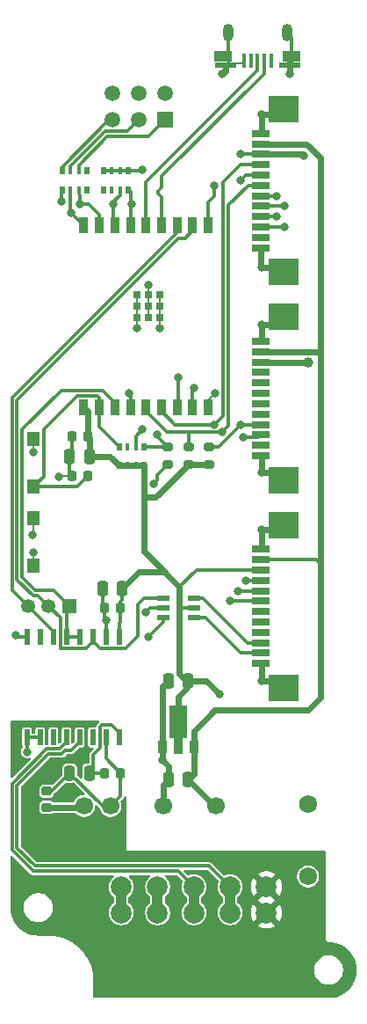
<source format=gbr>
%TF.GenerationSoftware,KiCad,Pcbnew,9.0.2*%
%TF.CreationDate,2025-05-29T14:15:01+03:00*%
%TF.ProjectId,PM-MCU_ESP32-C3,504d2d4d-4355-45f4-9553-5033322d4333,rev?*%
%TF.SameCoordinates,Original*%
%TF.FileFunction,Copper,L1,Top*%
%TF.FilePolarity,Positive*%
%FSLAX46Y46*%
G04 Gerber Fmt 4.6, Leading zero omitted, Abs format (unit mm)*
G04 Created by KiCad (PCBNEW 9.0.2) date 2025-05-29 14:15:01*
%MOMM*%
%LPD*%
G01*
G04 APERTURE LIST*
G04 Aperture macros list*
%AMRoundRect*
0 Rectangle with rounded corners*
0 $1 Rounding radius*
0 $2 $3 $4 $5 $6 $7 $8 $9 X,Y pos of 4 corners*
0 Add a 4 corners polygon primitive as box body*
4,1,4,$2,$3,$4,$5,$6,$7,$8,$9,$2,$3,0*
0 Add four circle primitives for the rounded corners*
1,1,$1+$1,$2,$3*
1,1,$1+$1,$4,$5*
1,1,$1+$1,$6,$7*
1,1,$1+$1,$8,$9*
0 Add four rect primitives between the rounded corners*
20,1,$1+$1,$2,$3,$4,$5,0*
20,1,$1+$1,$4,$5,$6,$7,0*
20,1,$1+$1,$6,$7,$8,$9,0*
20,1,$1+$1,$8,$9,$2,$3,0*%
%AMFreePoly0*
4,1,9,3.862500,-0.866500,0.737500,-0.866500,0.737500,-0.450000,-0.737500,-0.450000,-0.737500,0.450000,0.737500,0.450000,0.737500,0.866500,3.862500,0.866500,3.862500,-0.866500,3.862500,-0.866500,$1*%
G04 Aperture macros list end*
%TA.AperFunction,ComponentPad*%
%ADD10R,1.350000X1.350000*%
%TD*%
%TA.AperFunction,ComponentPad*%
%ADD11C,1.350000*%
%TD*%
%TA.AperFunction,SMDPad,CuDef*%
%ADD12R,0.711200X0.711200*%
%TD*%
%TA.AperFunction,SMDPad,CuDef*%
%ADD13R,0.889000X1.498600*%
%TD*%
%TA.AperFunction,SMDPad,CuDef*%
%ADD14R,0.500000X0.800000*%
%TD*%
%TA.AperFunction,SMDPad,CuDef*%
%ADD15R,0.400000X0.800000*%
%TD*%
%TA.AperFunction,SMDPad,CuDef*%
%ADD16RoundRect,0.200000X0.275000X-0.200000X0.275000X0.200000X-0.275000X0.200000X-0.275000X-0.200000X0*%
%TD*%
%TA.AperFunction,SMDPad,CuDef*%
%ADD17R,1.803400X0.635000*%
%TD*%
%TA.AperFunction,SMDPad,CuDef*%
%ADD18R,2.997200X2.590800*%
%TD*%
%TA.AperFunction,SMDPad,CuDef*%
%ADD19R,1.244600X1.346200*%
%TD*%
%TA.AperFunction,SMDPad,CuDef*%
%ADD20RoundRect,0.225000X0.225000X0.250000X-0.225000X0.250000X-0.225000X-0.250000X0.225000X-0.250000X0*%
%TD*%
%TA.AperFunction,SMDPad,CuDef*%
%ADD21RoundRect,0.225000X0.225000X-0.425000X0.225000X0.425000X-0.225000X0.425000X-0.225000X-0.425000X0*%
%TD*%
%TA.AperFunction,SMDPad,CuDef*%
%ADD22FreePoly0,90.000000*%
%TD*%
%TA.AperFunction,SMDPad,CuDef*%
%ADD23R,0.406400X1.350000*%
%TD*%
%TA.AperFunction,SMDPad,CuDef*%
%ADD24R,1.679095X1.075150*%
%TD*%
%TA.AperFunction,SMDPad,CuDef*%
%ADD25R,2.108196X0.525058*%
%TD*%
%TA.AperFunction,ComponentPad*%
%ADD26O,1.000000X1.700000*%
%TD*%
%TA.AperFunction,SMDPad,CuDef*%
%ADD27RoundRect,0.250000X0.250000X0.475000X-0.250000X0.475000X-0.250000X-0.475000X0.250000X-0.475000X0*%
%TD*%
%TA.AperFunction,SMDPad,CuDef*%
%ADD28R,0.482600X1.549400*%
%TD*%
%TA.AperFunction,ComponentPad*%
%ADD29C,2.000000*%
%TD*%
%TA.AperFunction,SMDPad,CuDef*%
%ADD30R,1.181100X0.558800*%
%TD*%
%TA.AperFunction,SMDPad,CuDef*%
%ADD31RoundRect,0.225000X-0.225000X-0.250000X0.225000X-0.250000X0.225000X0.250000X-0.225000X0.250000X0*%
%TD*%
%TA.AperFunction,ComponentPad*%
%ADD32C,1.725000*%
%TD*%
%TA.AperFunction,ComponentPad*%
%ADD33C,1.700000*%
%TD*%
%TA.AperFunction,SMDPad,CuDef*%
%ADD34RoundRect,0.225000X0.250000X-0.225000X0.250000X0.225000X-0.250000X0.225000X-0.250000X-0.225000X0*%
%TD*%
%TA.AperFunction,ComponentPad*%
%ADD35R,1.500000X1.500000*%
%TD*%
%TA.AperFunction,ComponentPad*%
%ADD36C,1.500000*%
%TD*%
%TA.AperFunction,ViaPad*%
%ADD37C,0.800000*%
%TD*%
%TA.AperFunction,ViaPad*%
%ADD38C,1.000000*%
%TD*%
%TA.AperFunction,Conductor*%
%ADD39C,0.300000*%
%TD*%
%TA.AperFunction,Conductor*%
%ADD40C,0.600000*%
%TD*%
%TA.AperFunction,Conductor*%
%ADD41C,1.000000*%
%TD*%
%TA.AperFunction,Conductor*%
%ADD42C,0.200000*%
%TD*%
G04 APERTURE END LIST*
D10*
%TO.P,J7,1,Pin_1*%
%TO.N,/UART_RTS*%
X6000000Y-10000000D03*
D11*
%TO.P,J7,2,Pin_2*%
%TO.N,/UART_RX*%
X4000000Y-10000000D03*
%TO.P,J7,3,Pin_3*%
%TO.N,/UART_TX*%
X2000000Y-10000000D03*
%TD*%
D12*
%TO.P,U1,EPAD,EPAD*%
%TO.N,GND_MCU*%
X14690000Y19980000D03*
X13590000Y19980000D03*
X12490000Y19980000D03*
X14690000Y18880000D03*
X13590000Y18880000D03*
X12490000Y18880000D03*
X14690000Y17780000D03*
X13590000Y17780000D03*
X12490000Y17780000D03*
D13*
%TO.P,U1,18,IO0*%
%TO.N,/LED1*%
X7389999Y26670000D03*
%TO.P,U1,17,IO1*%
%TO.N,/LED0*%
X8889999Y26670000D03*
%TO.P,U1,16,IO2*%
%TO.N,/CS0*%
X10389998Y26670000D03*
%TO.P,U1,15,IO3*%
%TO.N,/CS1*%
X11890000Y26670000D03*
%TO.P,U1,14,IO19_(USB_D+)*%
%TO.N,/USB_D+*%
X13390000Y26670000D03*
%TO.P,U1,13,IO18_(USB_D-)*%
%TO.N,/USB_D-*%
X14890000Y26670000D03*
%TO.P,U1,12,TXD_(IO21)*%
%TO.N,/UART_TX*%
X16389999Y26670000D03*
%TO.P,U1,11,RXD_(IO20)*%
%TO.N,/UART_RX*%
X17889999Y26670000D03*
%TO.P,U1,10,IO10*%
%TO.N,/MISO*%
X19389998Y26670000D03*
%TO.P,U1,9,GND*%
%TO.N,GND_MCU*%
X19390001Y9170000D03*
%TO.P,U1,8,IO9*%
%TO.N,/CS3*%
X17890001Y9170000D03*
%TO.P,U1,7,IO8*%
%TO.N,/CS2*%
X16390002Y9170000D03*
%TO.P,U1,6,IO7*%
%TO.N,/MOSI*%
X14890000Y9170000D03*
%TO.P,U1,5,IO6*%
%TO.N,/SCK*%
X13390000Y9170000D03*
%TO.P,U1,4,IO5*%
%TO.N,/LED2*%
X11890000Y9170000D03*
%TO.P,U1,3,IO4*%
%TO.N,/UART_RTS*%
X10390001Y9170000D03*
%TO.P,U1,2,EN*%
%TO.N,/EN*%
X8890001Y9170000D03*
%TO.P,U1,1,3V3*%
%TO.N,+3.3V_MCU*%
X7390002Y9170000D03*
%TD*%
D14*
%TO.P,RN2,8,R1.2*%
%TO.N,/EN*%
X10800000Y5345000D03*
D15*
%TO.P,RN2,7,R2.2*%
%TO.N,unconnected-(RN2B-R2.2-Pad7)*%
X11600000Y5345000D03*
%TO.P,RN2,6,R3.2*%
%TO.N,/CS2*%
X12400000Y5345000D03*
D14*
%TO.P,RN2,5,R4.2*%
%TO.N,/CS3*%
X13200000Y5345000D03*
%TO.P,RN2,4,R4.1*%
%TO.N,+3.3V_MCU*%
X13200000Y3545000D03*
D15*
%TO.P,RN2,3,R3.1*%
X12400000Y3545000D03*
%TO.P,RN2,2,R2.1*%
X11600000Y3545000D03*
D14*
%TO.P,RN2,1,R1.1*%
X10800000Y3545000D03*
%TD*%
D16*
%TO.P,R3,2*%
%TO.N,/SCK*%
X17500000Y5325000D03*
%TO.P,R3,1*%
%TO.N,+3.3V_MCU*%
X17500000Y3675000D03*
%TD*%
%TO.P,R1,2*%
%TO.N,/MOSI*%
X19500000Y5325000D03*
%TO.P,R1,1*%
%TO.N,+3.3V_MCU*%
X19500000Y3675000D03*
%TD*%
D14*
%TO.P,RN3,1,R1.1*%
%TO.N,unconnected-(RN3A-R1.1-Pad1)*%
X7700000Y31900000D03*
D15*
%TO.P,RN3,2,R2.1*%
%TO.N,Net-(RN3B-R2.1)*%
X6900000Y31900000D03*
%TO.P,RN3,3,R3.1*%
%TO.N,Net-(RN3C-R3.1)*%
X6100000Y31900000D03*
D14*
%TO.P,RN3,4,R4.1*%
%TO.N,Net-(RN3D-R4.1)*%
X5300000Y31900000D03*
%TO.P,RN3,5,R4.2*%
%TO.N,/LED2*%
X5300000Y30100000D03*
D15*
%TO.P,RN3,6,R3.2*%
%TO.N,/LED1*%
X6100000Y30100000D03*
%TO.P,RN3,7,R2.2*%
%TO.N,/LED0*%
X6900000Y30100000D03*
D14*
%TO.P,RN3,8,R1.2*%
%TO.N,unconnected-(RN3A-R1.2-Pad8)*%
X7700000Y30100000D03*
%TD*%
D17*
%TO.P,J2,1,Pin_1*%
%TO.N,GND_MCU*%
X24444000Y4500008D03*
%TO.P,J2,2,Pin_2*%
%TO.N,unconnected-(J2-Pin_2-Pad2)*%
X24444000Y5500006D03*
%TO.P,J2,3,Pin_3*%
%TO.N,/SCK*%
X24444000Y6500004D03*
%TO.P,J2,4,Pin_4*%
%TO.N,/MOSI*%
X24444000Y7500002D03*
%TO.P,J2,5,Pin_5*%
%TO.N,unconnected-(J2-Pin_5-Pad5)*%
X24444000Y8500000D03*
%TO.P,J2,6,Pin_6*%
%TO.N,unconnected-(J2-Pin_6-Pad6)*%
X24444000Y9500000D03*
%TO.P,J2,7,Pin_7*%
%TO.N,unconnected-(J2-Pin_7-Pad7)*%
X24444000Y10500000D03*
%TO.P,J2,8,Pin_8*%
%TO.N,unconnected-(J2-Pin_8-Pad8)*%
X24444000Y11500000D03*
%TO.P,J2,9,Pin_9*%
%TO.N,unconnected-(J2-Pin_9-Pad9)*%
X24444000Y12499998D03*
%TO.P,J2,10,Pin_10*%
%TO.N,+3.3V_MCU*%
X24444000Y13499996D03*
%TO.P,J2,11,Pin_11*%
%TO.N,+5V_MCU*%
X24444000Y14499994D03*
%TO.P,J2,12,Pin_11*%
%TO.N,GND_MCU*%
X24444000Y15499992D03*
D18*
%TO.P,J2,13,Pin_11*%
X26614001Y2149997D03*
X26614001Y17850003D03*
%TD*%
D19*
%TO.P,SW2,1,1*%
%TO.N,GND_MCU*%
X2540000Y6096000D03*
%TO.P,SW2,2,2*%
%TO.N,/EN*%
X2540000Y1524000D03*
%TD*%
D20*
%TO.P,C8,1*%
%TO.N,+3.3V_MCU*%
X10935000Y-10160000D03*
%TO.P,C8,2*%
%TO.N,GND_MCU*%
X9385000Y-10160000D03*
%TD*%
%TO.P,C1,1*%
%TO.N,/EN*%
X7760000Y2540000D03*
%TO.P,C1,2*%
%TO.N,GND_MCU*%
X6210000Y2540000D03*
%TD*%
D21*
%TO.P,U2,1,GND*%
%TO.N,GND_MCU*%
X15010000Y-23540000D03*
D22*
%TO.P,U2,2,OUTPUT*%
%TO.N,+3.3V_MCU*%
X16510000Y-23452500D03*
D21*
%TO.P,U2,3,INPUT*%
%TO.N,+5V_MCU*%
X18010000Y-23540000D03*
%TD*%
D23*
%TO.P,J1,1,VBUS*%
%TO.N,unconnected-(J1-VBUS-Pad1)*%
X25430000Y42527092D03*
%TO.P,J1,2,D-*%
%TO.N,/USB_D-*%
X24780014Y42527092D03*
%TO.P,J1,3,D+*%
%TO.N,/USB_D+*%
X24130028Y42527092D03*
%TO.P,J1,4,ID*%
%TO.N,unconnected-(J1-ID-Pad4)*%
X23480042Y42527092D03*
D24*
%TO.P,J1,5,GND*%
%TO.N,GND_MCU*%
X27444579Y42914733D03*
D25*
X27230029Y42114629D03*
D26*
X26955029Y45202208D03*
D23*
X22830056Y42527092D03*
D26*
X21305027Y45202208D03*
D25*
X21030031Y42114621D03*
D24*
X20815481Y42914725D03*
%TD*%
D20*
%TO.P,C5,1*%
%TO.N,+3.3V_MCU*%
X7760000Y6350000D03*
%TO.P,C5,2*%
%TO.N,GND_MCU*%
X6210000Y6350000D03*
%TD*%
D27*
%TO.P,C10,1*%
%TO.N,+5V_MCU*%
X17460000Y-26670000D03*
%TO.P,C10,2*%
%TO.N,GND_MCU*%
X15560000Y-26670000D03*
%TD*%
D28*
%TO.P,U6,1,VDD*%
%TO.N,+3.3V_MCU*%
X10795000Y-12954000D03*
%TO.P,U6,2,GNDA*%
%TO.N,GND_MCU*%
X9525000Y-12954000D03*
%TO.P,U6,3,RO*%
%TO.N,/UART_RX*%
X8255000Y-12954000D03*
%TO.P,U6,4,RE*%
%TO.N,/UART_RTS*%
X6985000Y-12954000D03*
%TO.P,U6,5,DE*%
X5715000Y-12954000D03*
%TO.P,U6,6,DI*%
%TO.N,/UART_TX*%
X4445000Y-12954000D03*
%TO.P,U6,7,NC*%
%TO.N,unconnected-(U6-NC-Pad7)*%
X3175000Y-12954000D03*
%TO.P,U6,8,GNDA*%
%TO.N,GND_MCU*%
X1905000Y-12954000D03*
%TO.P,U6,9,GNDB*%
%TO.N,GND_BUS*%
X1905000Y-22606000D03*
%TO.P,U6,10,SEL*%
X3175000Y-22606000D03*
%TO.P,U6,11,NC*%
%TO.N,unconnected-(U6-NC-Pad11)*%
X4445000Y-22606000D03*
%TO.P,U6,12,A*%
%TO.N,/A*%
X5715000Y-22606000D03*
%TO.P,U6,13,B*%
%TO.N,/B*%
X6985000Y-22606000D03*
%TO.P,U6,14,NC*%
%TO.N,unconnected-(U6-NC-Pad14)*%
X8255000Y-22606000D03*
%TO.P,U6,15,GNDB*%
%TO.N,GND_BUS*%
X9525000Y-22606000D03*
%TO.P,U6,16,VISO*%
%TO.N,+3.3V_BUS*%
X10795000Y-22606000D03*
%TD*%
D17*
%TO.P,J4,1,Pin_1*%
%TO.N,GND_MCU*%
X24444000Y-15499992D03*
%TO.P,J4,2,Pin_2*%
%TO.N,Net-(J4-Pin_2)*%
X24444000Y-14499994D03*
%TO.P,J4,3,Pin_3*%
%TO.N,Net-(J4-Pin_3)*%
X24444000Y-13499996D03*
%TO.P,J4,4,Pin_4*%
%TO.N,unconnected-(J4-Pin_4-Pad4)*%
X24444000Y-12499998D03*
%TO.P,J4,5,Pin_5*%
%TO.N,unconnected-(J4-Pin_5-Pad5)*%
X24444000Y-11500000D03*
%TO.P,J4,6,Pin_6*%
%TO.N,unconnected-(J4-Pin_6-Pad6)*%
X24444000Y-10500000D03*
%TO.P,J4,7,Pin_7*%
%TO.N,/LED2*%
X24444000Y-9500000D03*
%TO.P,J4,8,Pin_8*%
%TO.N,/LED1*%
X24444000Y-8500000D03*
%TO.P,J4,9,Pin_9*%
%TO.N,/LED0*%
X24444000Y-7500002D03*
%TO.P,J4,10,Pin_10*%
%TO.N,+3.3V_MCU*%
X24444000Y-6500004D03*
%TO.P,J4,11,Pin_11*%
%TO.N,+5V_MCU*%
X24444000Y-5500006D03*
%TO.P,J4,12,Pin_11*%
%TO.N,GND_MCU*%
X24444000Y-4500008D03*
D18*
%TO.P,J4,13,Pin_11*%
X26614001Y-17850003D03*
X26614001Y-2149997D03*
%TD*%
D29*
%TO.P,J6,1,Pin_1*%
%TO.N,+24V_BUS*%
X11000000Y-37000000D03*
%TO.P,J6,2,Pin_3*%
%TO.N,GND_BUS*%
X14500000Y-37000000D03*
%TO.P,J6,3,3*%
%TO.N,/A*%
X18000000Y-37000000D03*
%TO.P,J6,4,4*%
%TO.N,/B*%
X21500000Y-37000000D03*
%TO.P,J6,5,Pin_9*%
%TO.N,PE*%
X25000000Y-37000000D03*
%TO.P,J6,6,Pin_2*%
%TO.N,+24V_BUS*%
X11000000Y-39500000D03*
%TO.P,J6,7,Pin_4*%
%TO.N,GND_BUS*%
X14500000Y-39500000D03*
%TO.P,J6,8,Pin_6*%
%TO.N,/A*%
X18000000Y-39500000D03*
%TO.P,J6,9,Pin_8*%
%TO.N,/B*%
X21500000Y-39500000D03*
%TO.P,J6,10,Pin_10*%
%TO.N,PE*%
X25000000Y-39500000D03*
%TD*%
D27*
%TO.P,C3,1*%
%TO.N,+3.3V_BUS*%
X7935000Y-26035000D03*
%TO.P,C3,2*%
%TO.N,GND_BUS*%
X6035000Y-26035000D03*
%TD*%
D30*
%TO.P,U5,1,1A*%
%TO.N,/UART_RX*%
X15043150Y-9209999D03*
%TO.P,U5,2,GND*%
%TO.N,GND_MCU*%
X15043150Y-10160000D03*
%TO.P,U5,3,2A*%
%TO.N,/UART_TX*%
X15043150Y-11110001D03*
%TO.P,U5,4,2Y*%
%TO.N,Net-(J4-Pin_2)*%
X17976850Y-11110001D03*
%TO.P,U5,5,VCC*%
%TO.N,+3.3V_MCU*%
X17976850Y-10160000D03*
%TO.P,U5,6,1Y*%
%TO.N,Net-(J4-Pin_3)*%
X17976850Y-9209999D03*
%TD*%
D31*
%TO.P,C9,1*%
%TO.N,+3.3V_BUS*%
X9385000Y-26035000D03*
%TO.P,C9,2*%
%TO.N,GND_BUS*%
X10935000Y-26035000D03*
%TD*%
D27*
%TO.P,C6,1*%
%TO.N,+3.3V_MCU*%
X11110000Y-8255000D03*
%TO.P,C6,2*%
%TO.N,GND_MCU*%
X9210000Y-8255000D03*
%TD*%
D32*
%TO.P,U4,1*%
%TO.N,GND_BUS*%
X29000000Y-36000000D03*
%TD*%
D27*
%TO.P,C4,1*%
%TO.N,+3.3V_MCU*%
X17460000Y-17145000D03*
%TO.P,C4,2*%
%TO.N,GND_MCU*%
X15560000Y-17145000D03*
%TD*%
%TO.P,C2,1*%
%TO.N,+3.3V_MCU*%
X7935000Y4445000D03*
%TO.P,C2,2*%
%TO.N,GND_MCU*%
X6035000Y4445000D03*
%TD*%
D19*
%TO.P,SW1,1,1*%
%TO.N,GND_MCU*%
X2540000Y-6096000D03*
%TO.P,SW1,2,2*%
%TO.N,Net-(R5-Pad1)*%
X2540000Y-1524000D03*
%TD*%
D33*
%TO.P,PS1,1,Vin*%
%TO.N,+24V_BUS*%
X7416800Y-29210000D03*
%TO.P,PS1,2,GND*%
%TO.N,GND_BUS*%
X9956800Y-29210000D03*
%TO.P,PS1,4,0V*%
%TO.N,GND_MCU*%
X15036800Y-29210000D03*
%TO.P,PS1,6,+V*%
%TO.N,+5V_MCU*%
X20116800Y-29210000D03*
%TD*%
D16*
%TO.P,R5,1*%
%TO.N,Net-(R5-Pad1)*%
X15500000Y3675000D03*
%TO.P,R5,2*%
%TO.N,/CS3*%
X15500000Y5325000D03*
%TD*%
D14*
%TO.P,RN1,1,R1.1*%
%TO.N,+3.3V_MCU*%
X11700000Y31900000D03*
D15*
%TO.P,RN1,2,R2.1*%
X10900000Y31900000D03*
%TO.P,RN1,3,R3.1*%
X10100000Y31900000D03*
D14*
%TO.P,RN1,4,R4.1*%
X9300000Y31900000D03*
%TO.P,RN1,5,R4.2*%
%TO.N,unconnected-(RN1D-R4.2-Pad5)*%
X9300000Y30100000D03*
D15*
%TO.P,RN1,6,R3.2*%
%TO.N,unconnected-(RN1C-R3.2-Pad6)*%
X10100000Y30100000D03*
%TO.P,RN1,7,R2.2*%
%TO.N,/CS0*%
X10900000Y30100000D03*
D14*
%TO.P,RN1,8,R1.2*%
%TO.N,/CS1*%
X11700000Y30100000D03*
%TD*%
D34*
%TO.P,C7,1*%
%TO.N,+24V_BUS*%
X3810000Y-29350000D03*
%TO.P,C7,2*%
%TO.N,GND_BUS*%
X3810000Y-27800000D03*
%TD*%
D32*
%TO.P,U3,1*%
%TO.N,GND_MCU*%
X29000000Y-29000000D03*
%TD*%
D35*
%TO.P,SW4,1*%
%TO.N,Net-(RN3B-R2.1)*%
X15240000Y36830000D03*
D36*
%TO.P,SW4,2*%
%TO.N,Net-(RN3C-R3.1)*%
X12700000Y36830000D03*
%TO.P,SW4,3*%
%TO.N,Net-(RN3D-R4.1)*%
X10160000Y36830000D03*
%TO.P,SW4,4*%
%TO.N,GND_MCU*%
X10160000Y39370000D03*
%TO.P,SW4,5*%
X12700000Y39370000D03*
%TO.P,SW4,6*%
X15240000Y39370000D03*
%TD*%
D17*
%TO.P,J3,1,Pin_1*%
%TO.N,GND_MCU*%
X24444000Y24500008D03*
%TO.P,J3,2,Pin_2*%
%TO.N,unconnected-(J3-Pin_2-Pad2)*%
X24444000Y25500006D03*
%TO.P,J3,3,Pin_3*%
%TO.N,/CS3*%
X24444000Y26500004D03*
%TO.P,J3,4,Pin_4*%
%TO.N,/CS2*%
X24444000Y27500002D03*
%TO.P,J3,5,Pin_5*%
%TO.N,/CS1*%
X24444000Y28500000D03*
%TO.P,J3,6,Pin_6*%
%TO.N,/CS0*%
X24444000Y29500000D03*
%TO.P,J3,7,Pin_7*%
%TO.N,/SCK*%
X24444000Y30500000D03*
%TO.P,J3,8,Pin_8*%
%TO.N,/MISO*%
X24444000Y31500000D03*
%TO.P,J3,9,Pin_9*%
%TO.N,/MOSI*%
X24444000Y32499998D03*
%TO.P,J3,10,Pin_10*%
%TO.N,+3.3V_MCU*%
X24444000Y33499996D03*
%TO.P,J3,11,Pin_11*%
%TO.N,+5V_MCU*%
X24444000Y34499994D03*
%TO.P,J3,12,Pin_11*%
%TO.N,GND_MCU*%
X24444000Y35499992D03*
D18*
%TO.P,J3,13,Pin_11*%
X26614001Y22149997D03*
X26614001Y37850003D03*
%TD*%
D37*
%TO.N,+3.3V_MCU*%
X13000000Y32000000D03*
X22520300Y33500000D03*
%TO.N,/LED0*%
X23000000Y-7500000D03*
X7000000Y28750000D03*
%TO.N,/LED2*%
X21500000Y-9500000D03*
%TO.N,/LED1*%
X22250000Y-8500000D03*
X6154999Y27904999D03*
%TO.N,/LED2*%
X5250000Y29000000D03*
X11750000Y10500000D03*
%TO.N,Net-(R5-Pad1)*%
X14100000Y1750000D03*
%TO.N,/CS3*%
X26750000Y26500000D03*
%TO.N,/CS2*%
X26000000Y27500000D03*
%TO.N,/CS1*%
X12000000Y28750000D03*
X26750000Y28500000D03*
%TO.N,/CS0*%
X10250000Y28750000D03*
X26000000Y29500000D03*
%TO.N,/MOSI*%
X22500000Y7500000D03*
%TO.N,/SCK*%
X22750000Y6250000D03*
X20750000Y6750000D03*
%TO.N,/MOSI*%
X20000000Y7500002D03*
%TO.N,/CS3*%
X14500000Y6500000D03*
X18000000Y11000000D03*
%TO.N,/CS2*%
X16500000Y12000000D03*
X13000000Y7000000D03*
%TO.N,/MISO*%
X22500000Y31000000D03*
X20000000Y30500000D03*
%TO.N,GND_MCU*%
X24496900Y37358200D03*
X5000000Y2500000D03*
X13590000Y20937600D03*
X24496900Y-2605000D03*
X800000Y-12800000D03*
X2540000Y-4812000D03*
X24496900Y22604900D03*
X24500300Y17074300D03*
X14690000Y16810300D03*
X15010000Y-24830000D03*
X2540000Y4812400D03*
X9525000Y-11355000D03*
X20750000Y41242100D03*
X12490000Y16810200D03*
X24500300Y2927300D03*
X27250000Y41250000D03*
X13350000Y-10600000D03*
X24511900Y-17152000D03*
%TO.N,+3.3V_MCU*%
X28588000Y33388000D03*
D38*
X29000000Y13499993D03*
D37*
X20447000Y-18415000D03*
%TO.N,/UART_TX*%
X13589000Y-12954000D03*
%TO.N,GND_BUS*%
X1905000Y-24000000D03*
%TO.N,Net-(R5-Pad1)*%
X2439100Y-3098000D03*
%TO.N,GND_MCU*%
X20088300Y10516500D03*
%TD*%
D39*
%TO.N,GND_MCU*%
X21305027Y45202208D02*
X21305027Y43404271D01*
X21305027Y43404271D02*
X20815481Y42914725D01*
X27444579Y42914733D02*
X27444579Y44712658D01*
X27444579Y44712658D02*
X26955029Y45202208D01*
X1905000Y-12954000D02*
X954000Y-12954000D01*
X954000Y-12954000D02*
X800000Y-12800000D01*
%TO.N,GND_BUS*%
X9956800Y-29210000D02*
X9210000Y-29210000D01*
X9210000Y-29210000D02*
X6035000Y-26035000D01*
%TO.N,+3.3V_BUS*%
X10795000Y-22606000D02*
X10795000Y-22158000D01*
X10795000Y-22158000D02*
X10037000Y-21400000D01*
X8294000Y-25676000D02*
X7935000Y-26035000D01*
X10037000Y-21400000D02*
X9151000Y-21400000D01*
X9151000Y-21400000D02*
X8932700Y-21618300D01*
X8294000Y-24285000D02*
X8294000Y-25676000D01*
X8932700Y-21618300D02*
X8932700Y-23646300D01*
X8932700Y-23646300D02*
X8294000Y-24285000D01*
%TO.N,GND_BUS*%
X3810000Y-27800000D02*
X4270000Y-27800000D01*
X4270000Y-27800000D02*
X6035000Y-26035000D01*
X10935000Y-26035000D02*
X9525000Y-24625000D01*
X9525000Y-24625000D02*
X9525000Y-22606000D01*
X10935000Y-26035000D02*
X10935000Y-28231800D01*
X10935000Y-28231800D02*
X9956800Y-29210000D01*
D40*
X5805000Y-25805000D02*
X6170000Y-26170000D01*
D39*
%TO.N,+3.3V_BUS*%
X7935000Y-26035000D02*
X9385000Y-26035000D01*
%TO.N,/A*%
X18000000Y-37000000D02*
X16500000Y-35500000D01*
X451000Y-33451000D02*
X451000Y-27049000D01*
X451000Y-27049000D02*
X3768300Y-23731700D01*
X16500000Y-35500000D02*
X2500000Y-35500000D01*
X2500000Y-35500000D02*
X451000Y-33451000D01*
X3768300Y-23731700D02*
X5037300Y-23731700D01*
X5037300Y-23731700D02*
X5715000Y-23054000D01*
X5715000Y-23054000D02*
X5715000Y-22606000D01*
D40*
%TO.N,+3.3V_MCU*%
X16600000Y-16460000D02*
X16600000Y-10400000D01*
D39*
X17976850Y-10160000D02*
X16840000Y-10160000D01*
X16840000Y-10160000D02*
X16600000Y-10400000D01*
D40*
X16600000Y-10400000D02*
X16600000Y-8141238D01*
D39*
X24444000Y-6500004D02*
X18241234Y-6500004D01*
X18241234Y-6500004D02*
X16600000Y-8141238D01*
D40*
X17285000Y-17145000D02*
X16600000Y-16460000D01*
X16600000Y-8141238D02*
X15189508Y-6730746D01*
X15189508Y-6730746D02*
X15189508Y-6690000D01*
D39*
%TO.N,GND_MCU*%
X13350000Y-10600000D02*
X13790000Y-10160000D01*
X13790000Y-10160000D02*
X15043150Y-10160000D01*
%TO.N,/UART_RX*%
X15043150Y-9209999D02*
X13190001Y-9209999D01*
X13190001Y-9209999D02*
X12600000Y-9800000D01*
X12600000Y-12880925D02*
X11401225Y-14079700D01*
X12600000Y-9800000D02*
X12600000Y-12880925D01*
X11401225Y-14079700D02*
X8932700Y-14079700D01*
X8932700Y-14079700D02*
X8255000Y-13402000D01*
%TO.N,/B*%
X21500000Y-37000000D02*
X19499000Y-34999000D01*
X5244820Y-24232700D02*
X5608520Y-23869000D01*
X19499000Y-34999000D02*
X2707520Y-34999000D01*
X2707520Y-34999000D02*
X952000Y-33243480D01*
X952000Y-33243480D02*
X952000Y-27256520D01*
X5608520Y-23869000D02*
X6170000Y-23869000D01*
X952000Y-27256520D02*
X3975820Y-24232700D01*
X3975820Y-24232700D02*
X5244820Y-24232700D01*
X6170000Y-23869000D02*
X6985000Y-23054000D01*
X6985000Y-23054000D02*
X6985000Y-22606000D01*
%TO.N,GND_BUS*%
X1905000Y-24000000D02*
X1905000Y-22606000D01*
X3175000Y-22606000D02*
X1905000Y-22606000D01*
D41*
%TO.N,/B*%
X21500000Y-37000000D02*
X21500000Y-39500000D01*
%TO.N,/A*%
X18000000Y-37000000D02*
X18000000Y-39500000D01*
D39*
%TO.N,+3.3V_MCU*%
X22520300Y33500000D02*
X24444000Y33500000D01*
X11700000Y31900000D02*
X12900000Y31900000D01*
X12900000Y31900000D02*
X13000000Y32000000D01*
%TO.N,/LED0*%
X6900000Y29699000D02*
X6900000Y30100000D01*
X7000000Y29599000D02*
X6900000Y29699000D01*
X7000000Y28750000D02*
X7000000Y29599000D01*
X8889999Y27709001D02*
X8889999Y26670000D01*
X7000000Y28750000D02*
X7849000Y28750000D01*
X7849000Y28750000D02*
X8889999Y27709001D01*
%TO.N,/LED2*%
X5250000Y29000000D02*
X5250000Y30050000D01*
X5250000Y30050000D02*
X5300000Y30100000D01*
%TO.N,/LED0*%
X24443998Y-7500000D02*
X24444000Y-7500002D01*
X23000000Y-7500000D02*
X24443998Y-7500000D01*
%TO.N,Net-(R5-Pad1)*%
X14500000Y2675000D02*
X15500000Y3675000D01*
X14100000Y1750000D02*
X14500000Y2150000D01*
X14500000Y2150000D02*
X14500000Y2675000D01*
%TO.N,/LED2*%
X24444000Y-9500000D02*
X21500000Y-9500000D01*
%TO.N,/LED1*%
X22250000Y-8500000D02*
X24444000Y-8500000D01*
X6154999Y27904999D02*
X6100000Y27959999D01*
%TO.N,/LED2*%
X11890000Y9170000D02*
X11890000Y10360000D01*
X11890000Y10360000D02*
X11750000Y10500000D01*
%TO.N,/LED1*%
X7389999Y26670000D02*
X6154999Y27904999D01*
X6100000Y27959999D02*
X6100000Y30100000D01*
%TO.N,/CS2*%
X16500000Y12000000D02*
X16500000Y9279998D01*
X16500000Y9279998D02*
X16390002Y9170000D01*
%TO.N,/CS3*%
X26749996Y26500004D02*
X26750000Y26500000D01*
X24444000Y26500004D02*
X26749996Y26500004D01*
%TO.N,/CS2*%
X25999998Y27500002D02*
X26000000Y27500000D01*
X24444000Y27500002D02*
X25999998Y27500002D01*
%TO.N,/MISO*%
X20000000Y30500000D02*
X20000000Y29500000D01*
X20000000Y29500000D02*
X19389998Y28889998D01*
X19389998Y28889998D02*
X19389998Y26670000D01*
%TO.N,/CS0*%
X10389998Y26670000D02*
X10250000Y26809998D01*
X10250000Y26809998D02*
X10250000Y28948000D01*
X10250000Y28948000D02*
X10900000Y29598000D01*
X10900000Y29598000D02*
X10900000Y30100000D01*
%TO.N,/CS1*%
X24444000Y28500000D02*
X26750000Y28500000D01*
%TO.N,/CS0*%
X24444000Y29500000D02*
X26000000Y29500000D01*
%TO.N,/CS1*%
X11890000Y26670000D02*
X11890000Y29910000D01*
X11890000Y29910000D02*
X11700000Y30100000D01*
%TO.N,+3.3V_MCU*%
X9300000Y31900000D02*
X11700000Y31900000D01*
%TO.N,/UART_RX*%
X4000000Y-10000000D02*
X2974000Y-8974000D01*
X2974000Y-8974000D02*
X2515480Y-8974000D01*
X2515480Y-8974000D02*
X952000Y-7410521D01*
X952000Y-7410521D02*
X952000Y9855200D01*
X17889999Y26139999D02*
X17889999Y26670000D01*
X952000Y9855200D02*
X16477094Y25380294D01*
X16477094Y25380294D02*
X17130294Y25380294D01*
X17130294Y25380294D02*
X17889999Y26139999D01*
%TO.N,/UART_TX*%
X16389999Y26670000D02*
X16389999Y26001720D01*
X16389999Y26001720D02*
X451000Y10062720D01*
X451000Y-8451000D02*
X2000000Y-10000000D01*
X451000Y10062720D02*
X451000Y-8451000D01*
X4445000Y-12445000D02*
X2000000Y-10000000D01*
%TO.N,/UART_RX*%
X4000000Y-10000000D02*
X5122700Y-11122700D01*
X8255000Y-13402000D02*
X8255000Y-12954000D01*
X5122700Y-11122700D02*
X5122700Y-14079700D01*
X5122700Y-14079700D02*
X7577300Y-14079700D01*
X7577300Y-14079700D02*
X8255000Y-13402000D01*
%TO.N,/UART_RTS*%
X10390001Y9170000D02*
X10390001Y9565800D01*
X4473000Y-8473000D02*
X6000000Y-10000000D01*
X10390001Y9565800D02*
X9184501Y10771300D01*
X9184501Y10771300D02*
X5217900Y10771300D01*
X5217900Y10771300D02*
X1453000Y7006400D01*
X1453000Y7006400D02*
X1453000Y-7203000D01*
X1453000Y-7203000D02*
X2723000Y-8473000D01*
X2723000Y-8473000D02*
X4473000Y-8473000D01*
%TO.N,/USB_D-*%
X14890000Y30297158D02*
G75*
G02*
X14735747Y30142900I-154300J42D01*
G01*
X24780014Y42527092D02*
X24780014Y41280014D01*
X14890000Y27922707D02*
X14890000Y26670000D01*
X14890000Y31390000D02*
X14890000Y30297158D01*
X14581494Y29988652D02*
X14581494Y29697158D01*
X14890000Y29388652D02*
X14890000Y29097158D01*
X24780014Y41280014D02*
X14890000Y31390000D01*
X14890000Y29097158D02*
X14890000Y27922707D01*
X14735747Y30142905D02*
G75*
G03*
X14581495Y29988652I-47J-154205D01*
G01*
X14581494Y29697158D02*
G75*
G03*
X14735747Y29542994I154206J42D01*
G01*
X14735747Y29542905D02*
G75*
G02*
X14889905Y29388652I-47J-154205D01*
G01*
%TO.N,/USB_D+*%
X13390000Y26670000D02*
X13390000Y30856850D01*
X13390000Y30856850D02*
X24130028Y41596878D01*
X24130028Y41596878D02*
X24130028Y42527092D01*
%TO.N,Net-(J4-Pin_2)*%
X17976850Y-11110001D02*
X19110001Y-11110001D01*
X19110001Y-11110001D02*
X22499994Y-14499994D01*
X22499994Y-14499994D02*
X24444000Y-14499994D01*
%TO.N,Net-(J4-Pin_3)*%
X17976850Y-9209999D02*
X18867400Y-9209999D01*
X18867400Y-9209999D02*
X23157397Y-13499996D01*
X23157397Y-13499996D02*
X24444000Y-13499996D01*
%TO.N,/UART_TX*%
X15043150Y-11110001D02*
X15043150Y-11499850D01*
X15043150Y-11499850D02*
X13589000Y-12954000D01*
%TO.N,/UART_RTS*%
X5715000Y-12954000D02*
X6985000Y-12954000D01*
X5715000Y-12954000D02*
X5715000Y-10285000D01*
X5715000Y-10285000D02*
X6000000Y-10000000D01*
%TO.N,GND_MCU*%
X9385000Y-10160000D02*
X9385000Y-11215000D01*
X9210000Y-8255000D02*
X9210000Y-9985000D01*
X9210000Y-9985000D02*
X9385000Y-10160000D01*
X9525000Y-12954000D02*
X9525000Y-11355000D01*
X6035000Y4445000D02*
X6035000Y2715000D01*
X6035000Y2715000D02*
X6210000Y2540000D01*
X6210000Y6350000D02*
X6210000Y4620000D01*
X6210000Y4620000D02*
X6035000Y4445000D01*
%TO.N,/EN*%
X7760000Y2540000D02*
X6744000Y1524000D01*
X6744000Y1524000D02*
X2540000Y1524000D01*
X8890001Y9170000D02*
X8890001Y10109999D01*
X8890001Y10109999D02*
X8729700Y10270300D01*
X8729700Y10270300D02*
X6770300Y10270300D01*
X6770300Y10270300D02*
X3513300Y7013300D01*
X3513300Y7013300D02*
X3513300Y2497300D01*
X3513300Y2497300D02*
X2540000Y1524000D01*
%TO.N,Net-(RN3B-R2.1)*%
X6900000Y31900000D02*
X6900000Y32452000D01*
X9676000Y35228000D02*
X13638000Y35228000D01*
X6900000Y32452000D02*
X9676000Y35228000D01*
X13638000Y35228000D02*
X15240000Y36830000D01*
%TO.N,Net-(RN3C-R3.1)*%
X6100000Y31900000D02*
X6100000Y32391480D01*
X6100000Y32391480D02*
X9437520Y35729000D01*
X9437520Y35729000D02*
X11599000Y35729000D01*
X11599000Y35729000D02*
X12700000Y36830000D01*
%TO.N,Net-(RN3D-R4.1)*%
X5300000Y31900000D02*
X5300000Y32300000D01*
X9830000Y36830000D02*
X10160000Y36830000D01*
X5300000Y32300000D02*
X9830000Y36830000D01*
D40*
%TO.N,+3.3V_MCU*%
X13200000Y3545000D02*
X13200000Y500000D01*
X17500000Y3675000D02*
X14325000Y500000D01*
X14325000Y500000D02*
X13200000Y500000D01*
D39*
%TO.N,/MOSI*%
X19500000Y5325000D02*
X20387075Y5325000D01*
X20387075Y5325000D02*
X22500000Y7437925D01*
X22500000Y7437925D02*
X22500000Y7500000D01*
%TO.N,/SCK*%
X15414200Y6750000D02*
X17500000Y6750000D01*
X17500000Y5325000D02*
X17500000Y6750000D01*
%TO.N,/MOSI*%
X22500000Y7500000D02*
X24443998Y7500000D01*
X24443998Y7500000D02*
X24444000Y7500002D01*
%TO.N,/SCK*%
X22750000Y6250000D02*
X24193996Y6250000D01*
X24193996Y6250000D02*
X24444000Y6500004D01*
%TO.N,/MOSI*%
X20000000Y7500002D02*
X16164200Y7500002D01*
X24444000Y32499998D02*
X22499998Y32499998D01*
X20839300Y30839300D02*
X20839300Y8339300D01*
X22499998Y32499998D02*
X20839300Y30839300D01*
X20839300Y8339300D02*
X20000002Y7500002D01*
X20000002Y7500002D02*
X20000000Y7500002D01*
X16164200Y7500002D02*
X14890000Y8774202D01*
X14890000Y8774202D02*
X14890000Y9170000D01*
%TO.N,/SCK*%
X13390000Y9170000D02*
X13390000Y8774200D01*
X13390000Y8774200D02*
X15414200Y6750000D01*
X17500000Y6750000D02*
X20750000Y6750000D01*
X21340300Y7340300D02*
X21340300Y28598000D01*
X20750000Y6750000D02*
X21340300Y7340300D01*
X21340300Y28598000D02*
X23242300Y30500000D01*
X23242300Y30500000D02*
X24444000Y30500000D01*
%TO.N,/CS3*%
X17890001Y9170000D02*
X17890001Y10890001D01*
X17890001Y10890001D02*
X18000000Y11000000D01*
X14500000Y6325000D02*
X15500000Y5325000D01*
X14500000Y6500000D02*
X14500000Y6325000D01*
%TO.N,/CS2*%
X12400000Y5345000D02*
X12400000Y6400000D01*
X12400000Y6400000D02*
X13000000Y7000000D01*
%TO.N,/MISO*%
X22500000Y31000000D02*
X23000000Y31500000D01*
X23000000Y31500000D02*
X24444000Y31500000D01*
D40*
%TO.N,+3.3V_MCU*%
X13200000Y500000D02*
X13200000Y-4700492D01*
X13200000Y-4700492D02*
X15189508Y-6690000D01*
X19500000Y3675000D02*
X17500000Y3675000D01*
X10800000Y3545000D02*
X13200000Y3545000D01*
X7935000Y4445000D02*
X9900000Y4445000D01*
X9900000Y4445000D02*
X10800000Y3545000D01*
D39*
%TO.N,/EN*%
X10800000Y5345000D02*
X8890001Y7254999D01*
X8890001Y7254999D02*
X8890001Y9170000D01*
%TO.N,/CS3*%
X13200000Y5345000D02*
X15480000Y5345000D01*
X15480000Y5345000D02*
X15500000Y5325000D01*
%TO.N,+3.3V_MCU*%
X10795000Y-12903200D02*
X10795000Y-11624000D01*
X10795000Y-11624000D02*
X10935000Y-11484000D01*
X10935000Y-11484000D02*
X10935000Y-9525000D01*
X10935000Y-9525000D02*
X11110000Y-9350000D01*
X11110000Y-9350000D02*
X11110000Y-8255000D01*
D42*
%TO.N,/EN*%
X8890001Y8865200D02*
X8890001Y9170000D01*
%TO.N,/SCK*%
X25263200Y6500000D02*
X24444000Y6500000D01*
%TO.N,GND_MCU*%
X13590000Y18880000D02*
X13590000Y19980000D01*
D40*
X15010000Y-24830000D02*
X15010000Y-23540000D01*
X24500300Y4443708D02*
X24444000Y4500008D01*
X25836698Y2927300D02*
X26614001Y2149997D01*
X24444000Y24500008D02*
X24444000Y22657800D01*
D42*
X6210000Y2540000D02*
X5040000Y2540000D01*
D40*
X24511900Y-17152000D02*
X24511900Y-15567892D01*
X15010000Y-17695000D02*
X15010000Y-23540000D01*
D42*
X15560000Y-28686800D02*
X15036800Y-29210000D01*
D40*
X15036800Y-27193200D02*
X15560000Y-26670000D01*
X26159098Y22604900D02*
X26614001Y22149997D01*
D42*
X14690000Y16810300D02*
X14690000Y17780000D01*
X12490000Y16810200D02*
X12490000Y17780000D01*
X2540000Y4812400D02*
X2540000Y6096000D01*
X5040000Y2540000D02*
X5000000Y2500000D01*
X21463364Y42266842D02*
X20815481Y42914725D01*
D40*
X27250000Y41250000D02*
X27250000Y42720154D01*
D42*
X12490000Y17780000D02*
X12490000Y18880000D01*
X15735000Y-17285000D02*
X15735000Y-17145000D01*
X800000Y-12800000D02*
X903200Y-12903200D01*
D40*
X24496900Y37358200D02*
X24496900Y35552892D01*
D42*
X14690000Y18880000D02*
X14690000Y19980000D01*
D40*
X24511900Y-15567892D02*
X24444000Y-15499992D01*
D42*
X24444000Y-2657900D02*
X24496900Y-2605000D01*
D40*
X24444000Y22657800D02*
X24496900Y22604900D01*
X26122198Y37358200D02*
X26614001Y37850003D01*
X24496900Y-2605000D02*
X26158998Y-2605000D01*
X24496900Y22604900D02*
X26159098Y22604900D01*
D42*
X9525000Y-12903000D02*
X9525000Y-12903200D01*
D40*
X24500300Y17074300D02*
X25838298Y17074300D01*
D42*
X24444000Y37305300D02*
X24496900Y37358200D01*
D40*
X24496900Y-4447108D02*
X24444000Y-4500008D01*
X15560000Y-17145000D02*
X15010000Y-17695000D01*
D42*
X2540000Y-4812000D02*
X2540000Y-6096000D01*
D40*
X24500300Y17074300D02*
X24500300Y15556292D01*
X20750000Y41242100D02*
X21030031Y41522131D01*
X15036800Y-29210000D02*
X15036800Y-27193200D01*
X25838298Y17074300D02*
X26614001Y17850003D01*
D42*
X13590000Y19980000D02*
X13590000Y20937600D01*
X22569806Y42266842D02*
X21463364Y42266842D01*
D40*
X24500300Y2927300D02*
X25836698Y2927300D01*
X24500300Y15556292D02*
X24444000Y15499992D01*
X15560000Y-26670000D02*
X15560000Y-25380000D01*
X24511900Y-17152000D02*
X25915998Y-17152000D01*
D42*
X13590000Y17780000D02*
X13590000Y18880000D01*
X22830056Y42527092D02*
X22569806Y42266842D01*
D40*
X26158998Y-2605000D02*
X26614001Y-2149997D01*
X27250000Y42720154D02*
X27444579Y42914733D01*
D42*
X19390000Y9170000D02*
X19390000Y9818200D01*
D40*
X21030031Y41522131D02*
X21030031Y42114621D01*
D42*
X12490000Y18880000D02*
X12490000Y19980000D01*
X14690000Y17780000D02*
X14690000Y18880000D01*
X24444000Y17018000D02*
X24500300Y17074300D01*
D40*
X24496900Y-2605000D02*
X24496900Y-4447108D01*
X25915998Y-17152000D02*
X26614001Y-17850003D01*
X24496900Y37358200D02*
X26122198Y37358200D01*
D42*
X26068903Y22604900D02*
X26614001Y23149998D01*
D40*
X15560000Y-25380000D02*
X15010000Y-24830000D01*
D42*
X24500300Y2927300D02*
X24591000Y2927300D01*
X19390000Y9818200D02*
X20088300Y10516500D01*
X9525000Y-11355000D02*
X9385000Y-11215000D01*
D40*
X24500300Y2927300D02*
X24500300Y4443708D01*
X24496900Y35552892D02*
X24444000Y35499992D01*
%TO.N,+3.3V_MCU*%
X7935000Y6175000D02*
X7760000Y6350000D01*
X7935000Y4445000D02*
X7935000Y6175000D01*
X24444000Y33499996D02*
X28476004Y33499996D01*
X28999993Y13500000D02*
X29000000Y13499993D01*
X28476004Y33499996D02*
X28575000Y33401000D01*
X17460000Y-17145000D02*
X19177000Y-17145000D01*
D39*
X17285000Y-17145000D02*
X17034700Y-16895000D01*
D40*
X11110000Y-8255000D02*
X12675000Y-6690000D01*
X7760000Y8800002D02*
X7390002Y9170000D01*
X12675000Y-6690000D02*
X15189508Y-6690000D01*
X19177000Y-17145000D02*
X20447000Y-18415000D01*
X16510000Y-23452500D02*
X16510000Y-18725793D01*
X24444004Y13500000D02*
X28999993Y13500000D01*
X24444000Y13499996D02*
X24444004Y13500000D01*
X16510000Y-18725793D02*
X17285000Y-17950793D01*
X17285000Y-17950793D02*
X17285000Y-17145000D01*
D39*
X16510000Y-23452000D02*
X16510000Y-23452500D01*
D40*
X7760000Y6350000D02*
X7760000Y8800002D01*
D42*
%TO.N,/UART_TX*%
X4445000Y-12445000D02*
X4445000Y-12954000D01*
%TO.N,/A*%
X5715000Y-22657000D02*
X5715000Y-22656800D01*
%TO.N,unconnected-(J2-Pin_2-Pad2)*%
X24500300Y5443700D02*
X24444000Y5500000D01*
%TO.N,GND_BUS*%
X1905000Y-22656800D02*
X2000000Y-22751800D01*
D41*
X14500000Y-37000000D02*
X14500000Y-39500000D01*
D42*
X3175000Y-22657000D02*
X3175000Y-22656800D01*
X9525000Y-22657000D02*
X9525000Y-22656800D01*
%TO.N,+3.3V_BUS*%
X9525000Y-25895000D02*
X9385000Y-26035000D01*
%TO.N,/UART_RTS*%
X6984900Y-12903000D02*
X6985000Y-12903000D01*
X5715200Y-12903000D02*
X5715100Y-12903000D01*
X6985000Y-12903000D02*
X6985000Y-12903200D01*
X10390001Y9170000D02*
X10350000Y9210001D01*
X5715100Y-12903000D02*
X5715000Y-12903000D01*
X5715100Y-12903000D02*
X5715000Y-12903000D01*
X5715100Y-12903000D02*
X5715000Y-12903100D01*
X5715100Y-12903000D02*
X5715000Y-12903000D01*
X5715000Y-12903100D02*
X5715000Y-12903200D01*
X6984800Y-12903000D02*
X6984900Y-12903000D01*
X6984900Y-12903000D02*
X6985000Y-12903000D01*
D40*
%TO.N,+24V_BUS*%
X3810000Y-29350000D02*
X7276800Y-29350000D01*
X7276800Y-29350000D02*
X7416800Y-29210000D01*
D41*
X11000000Y-37000000D02*
X11000000Y-39500000D01*
D39*
X7270000Y-29350000D02*
X7410000Y-29210000D01*
D42*
%TO.N,Net-(R5-Pad1)*%
X2540000Y-2998000D02*
X2540000Y-1524000D01*
X2439100Y-3098000D02*
X2540000Y-2998000D01*
D39*
%TO.N,+5V_MCU*%
X24444000Y14499991D02*
X24592991Y14351000D01*
X29750006Y-5500006D02*
X24444000Y-5500006D01*
D40*
X20000000Y-29210000D02*
X17460000Y-26670000D01*
X30200000Y-18800000D02*
X29000000Y-20000000D01*
X20116800Y-29210000D02*
X20000000Y-29210000D01*
X28890220Y34499994D02*
X30200000Y33190214D01*
X18010000Y-21992942D02*
X19620471Y-20382471D01*
D42*
X24229006Y-5715000D02*
X24444000Y-5500006D01*
D40*
X30200000Y13800000D02*
X30200000Y-5950000D01*
X24444000Y14499994D02*
X29900006Y14499994D01*
D39*
X18010000Y-23540000D02*
X18010000Y-23852000D01*
X17576800Y-26670000D02*
X17460000Y-26670000D01*
D40*
X29000000Y-20000000D02*
X20002942Y-20000000D01*
X18010000Y-23540000D02*
X18010000Y-21992942D01*
X18010000Y-26120000D02*
X17460000Y-26670000D01*
X24444000Y34499994D02*
X28890220Y34499994D01*
X18010000Y-23540000D02*
X18010000Y-26120000D01*
X20002942Y-20000000D02*
X19620471Y-20382471D01*
X30200000Y-5950000D02*
X30200000Y-18800000D01*
X30200000Y33190214D02*
X30200000Y13800000D01*
D39*
X30000000Y-5750000D02*
X29750006Y-5500006D01*
%TD*%
%TA.AperFunction,Conductor*%
%TO.N,PE*%
G36*
X8822995Y-21019685D02*
G01*
X8868750Y-21072489D01*
X8878694Y-21141647D01*
X8849669Y-21205203D01*
X8843637Y-21211681D01*
X8652231Y-21403086D01*
X8652227Y-21403091D01*
X8631905Y-21438290D01*
X8631901Y-21438297D01*
X8627372Y-21446144D01*
X8606086Y-21483012D01*
X8589253Y-21545832D01*
X8586603Y-21552515D01*
X8569344Y-21574607D01*
X8554748Y-21598554D01*
X8548123Y-21601772D01*
X8543590Y-21607575D01*
X8517122Y-21616831D01*
X8491901Y-21629083D01*
X8479011Y-21630159D01*
X8477637Y-21630640D01*
X8476502Y-21630368D01*
X8471338Y-21630800D01*
X7993947Y-21630800D01*
X7935470Y-21642431D01*
X7935469Y-21642432D01*
X7869147Y-21686747D01*
X7824832Y-21753069D01*
X7824831Y-21753070D01*
X7813200Y-21811547D01*
X7813200Y-23400452D01*
X7824831Y-23458929D01*
X7824832Y-23458930D01*
X7869147Y-23525252D01*
X7935469Y-23569567D01*
X7935470Y-23569568D01*
X7993947Y-23581199D01*
X7993950Y-23581200D01*
X7993952Y-23581200D01*
X8202756Y-23581200D01*
X8269795Y-23600885D01*
X8315550Y-23653689D01*
X8325494Y-23722847D01*
X8296469Y-23786403D01*
X8290437Y-23792881D01*
X8013532Y-24069785D01*
X8013525Y-24069794D01*
X7977341Y-24132469D01*
X7977340Y-24132471D01*
X7967388Y-24149707D01*
X7967386Y-24149712D01*
X7943500Y-24238856D01*
X7943500Y-24985500D01*
X7923815Y-25052539D01*
X7871011Y-25098294D01*
X7819500Y-25109500D01*
X7630730Y-25109500D01*
X7600300Y-25112353D01*
X7600298Y-25112353D01*
X7472119Y-25157206D01*
X7472117Y-25157207D01*
X7362850Y-25237850D01*
X7282207Y-25347117D01*
X7282206Y-25347119D01*
X7237353Y-25475298D01*
X7237353Y-25475300D01*
X7234500Y-25505730D01*
X7234500Y-26439456D01*
X7214815Y-26506495D01*
X7162011Y-26552250D01*
X7092853Y-26562194D01*
X7029297Y-26533169D01*
X7022819Y-26527137D01*
X6771819Y-26276137D01*
X6738334Y-26214814D01*
X6735500Y-26188456D01*
X6735500Y-25505730D01*
X6732646Y-25475300D01*
X6732646Y-25475298D01*
X6697647Y-25375279D01*
X6687793Y-25347118D01*
X6607150Y-25237850D01*
X6497882Y-25157207D01*
X6497880Y-25157206D01*
X6369700Y-25112353D01*
X6339270Y-25109500D01*
X6339266Y-25109500D01*
X5730734Y-25109500D01*
X5730730Y-25109500D01*
X5700300Y-25112353D01*
X5700298Y-25112353D01*
X5572119Y-25157206D01*
X5572117Y-25157207D01*
X5462850Y-25237850D01*
X5382207Y-25347117D01*
X5382206Y-25347119D01*
X5337353Y-25475298D01*
X5337353Y-25475300D01*
X5334500Y-25505730D01*
X5334500Y-25610820D01*
X5330274Y-25642913D01*
X5304500Y-25739108D01*
X5304500Y-25870892D01*
X5306989Y-25880182D01*
X5330275Y-25967085D01*
X5334500Y-25999178D01*
X5334500Y-26188456D01*
X5314815Y-26255495D01*
X5298181Y-26276137D01*
X4399862Y-27174455D01*
X4338539Y-27207940D01*
X4268847Y-27202956D01*
X4255887Y-27197259D01*
X4193123Y-27165279D01*
X4093493Y-27149500D01*
X4093488Y-27149500D01*
X3526512Y-27149500D01*
X3526507Y-27149500D01*
X3426878Y-27165279D01*
X3306778Y-27226473D01*
X3306774Y-27226476D01*
X3211476Y-27321774D01*
X3211473Y-27321778D01*
X3150279Y-27441878D01*
X3134500Y-27541506D01*
X3134500Y-28058493D01*
X3150279Y-28158121D01*
X3150280Y-28158124D01*
X3150281Y-28158126D01*
X3211331Y-28277943D01*
X3211473Y-28278221D01*
X3211476Y-28278225D01*
X3306774Y-28373523D01*
X3306778Y-28373526D01*
X3306780Y-28373528D01*
X3426874Y-28434719D01*
X3426876Y-28434719D01*
X3426878Y-28434720D01*
X3526507Y-28450500D01*
X3526512Y-28450500D01*
X4093493Y-28450500D01*
X4193121Y-28434720D01*
X4193121Y-28434719D01*
X4193126Y-28434719D01*
X4313220Y-28373528D01*
X4408528Y-28278220D01*
X4469719Y-28158126D01*
X4475114Y-28124059D01*
X4505041Y-28060927D01*
X4509906Y-28055776D01*
X4628682Y-27937000D01*
X5576859Y-26988821D01*
X5638180Y-26955338D01*
X5692359Y-26958658D01*
X5692932Y-26956036D01*
X5700306Y-26957647D01*
X5730730Y-26960500D01*
X5730734Y-26960500D01*
X6339270Y-26960500D01*
X6369690Y-26957647D01*
X6369691Y-26957646D01*
X6369699Y-26957646D01*
X6369706Y-26957643D01*
X6377066Y-26956036D01*
X6377669Y-26958797D01*
X6434244Y-26955891D01*
X6493141Y-26988823D01*
X7452137Y-27947819D01*
X7485622Y-28009142D01*
X7480638Y-28078834D01*
X7438766Y-28134767D01*
X7373302Y-28159184D01*
X7364456Y-28159500D01*
X7313330Y-28159500D01*
X7110387Y-28199868D01*
X7110379Y-28199870D01*
X6919203Y-28279058D01*
X6747142Y-28394024D01*
X6600824Y-28540342D01*
X6485856Y-28712405D01*
X6460778Y-28772952D01*
X6416937Y-28827356D01*
X6350643Y-28849421D01*
X6346217Y-28849500D01*
X4437610Y-28849500D01*
X4370571Y-28829815D01*
X4349928Y-28813180D01*
X4313224Y-28776475D01*
X4313221Y-28776473D01*
X4313220Y-28776472D01*
X4193126Y-28715281D01*
X4193124Y-28715280D01*
X4193121Y-28715279D01*
X4093493Y-28699500D01*
X4093488Y-28699500D01*
X3526512Y-28699500D01*
X3526507Y-28699500D01*
X3426878Y-28715279D01*
X3306778Y-28776473D01*
X3306774Y-28776476D01*
X3211476Y-28871774D01*
X3211473Y-28871778D01*
X3150279Y-28991878D01*
X3134500Y-29091506D01*
X3134500Y-29608493D01*
X3150279Y-29708121D01*
X3150280Y-29708124D01*
X3150281Y-29708126D01*
X3210181Y-29825686D01*
X3211473Y-29828221D01*
X3211476Y-29828225D01*
X3306774Y-29923523D01*
X3306778Y-29923526D01*
X3306780Y-29923528D01*
X3426874Y-29984719D01*
X3426876Y-29984719D01*
X3426878Y-29984720D01*
X3526507Y-30000500D01*
X3526512Y-30000500D01*
X4093493Y-30000500D01*
X4193121Y-29984720D01*
X4193121Y-29984719D01*
X4193126Y-29984719D01*
X4313220Y-29923528D01*
X4349928Y-29886820D01*
X4411251Y-29853334D01*
X4437610Y-29850500D01*
X6520305Y-29850500D01*
X6587344Y-29870185D01*
X6607986Y-29886819D01*
X6747142Y-30025975D01*
X6747145Y-30025977D01*
X6919202Y-30140941D01*
X7110380Y-30220130D01*
X7313330Y-30260499D01*
X7313334Y-30260500D01*
X7313335Y-30260500D01*
X7520266Y-30260500D01*
X7520267Y-30260499D01*
X7723220Y-30220130D01*
X7914398Y-30140941D01*
X8086455Y-30025977D01*
X8232777Y-29879655D01*
X8347741Y-29707598D01*
X8426930Y-29516420D01*
X8467300Y-29313465D01*
X8467300Y-29262344D01*
X8486985Y-29195305D01*
X8539789Y-29149550D01*
X8608947Y-29139606D01*
X8672503Y-29168631D01*
X8678981Y-29174663D01*
X8901680Y-29397362D01*
X8935165Y-29458685D01*
X8935616Y-29460851D01*
X8946668Y-29516414D01*
X8946670Y-29516420D01*
X9025859Y-29707598D01*
X9026212Y-29708126D01*
X9140824Y-29879657D01*
X9287142Y-30025975D01*
X9287145Y-30025977D01*
X9459202Y-30140941D01*
X9650380Y-30220130D01*
X9853330Y-30260499D01*
X9853334Y-30260500D01*
X9853335Y-30260500D01*
X10060266Y-30260500D01*
X10060267Y-30260499D01*
X10263220Y-30220130D01*
X10454398Y-30140941D01*
X10626455Y-30025977D01*
X10772777Y-29879655D01*
X10887741Y-29707598D01*
X10966930Y-29516420D01*
X11007300Y-29313465D01*
X11007300Y-29106535D01*
X10966930Y-28903580D01*
X10937706Y-28833028D01*
X10930237Y-28763559D01*
X10961512Y-28701079D01*
X10964525Y-28697955D01*
X11215470Y-28447012D01*
X11261614Y-28367088D01*
X11261613Y-28367088D01*
X11265678Y-28360049D01*
X11266888Y-28360748D01*
X11305279Y-28313108D01*
X11371572Y-28291042D01*
X11439272Y-28308320D01*
X11486883Y-28359457D01*
X11500000Y-28414963D01*
X11500000Y-33500000D01*
X30575500Y-33500000D01*
X30642539Y-33519685D01*
X30688294Y-33572489D01*
X30699500Y-33624000D01*
X30699500Y-42047598D01*
X30701970Y-42055198D01*
X30711777Y-42085381D01*
X30719979Y-42115989D01*
X30723965Y-42122894D01*
X30727987Y-42135273D01*
X30727988Y-42135275D01*
X30728912Y-42138119D01*
X30728914Y-42138123D01*
X30728915Y-42138125D01*
X30747634Y-42163889D01*
X30759540Y-42184511D01*
X30770789Y-42195760D01*
X30776519Y-42203647D01*
X30776522Y-42203650D01*
X30784866Y-42215134D01*
X30784867Y-42215134D01*
X30784868Y-42215136D01*
X30796344Y-42223474D01*
X30796343Y-42223474D01*
X30804241Y-42229212D01*
X30815489Y-42240460D01*
X30836102Y-42252360D01*
X30841365Y-42256184D01*
X30861871Y-42271083D01*
X30861877Y-42271086D01*
X30864712Y-42272007D01*
X30864711Y-42272007D01*
X30877104Y-42276033D01*
X30884011Y-42280021D01*
X30914612Y-42288220D01*
X30917701Y-42289224D01*
X30917704Y-42289225D01*
X30952400Y-42300499D01*
X30952403Y-42300499D01*
X30952405Y-42300500D01*
X30996396Y-42300500D01*
X31003605Y-42300709D01*
X31306184Y-42318333D01*
X31320504Y-42320006D01*
X31615441Y-42372011D01*
X31629450Y-42375331D01*
X31817098Y-42431510D01*
X31916365Y-42461229D01*
X31929915Y-42466161D01*
X32014134Y-42502489D01*
X32204911Y-42584782D01*
X32217783Y-42591247D01*
X32470809Y-42737332D01*
X32477143Y-42740989D01*
X32489190Y-42748913D01*
X32729412Y-42927751D01*
X32740459Y-42937020D01*
X32958291Y-43142534D01*
X32968186Y-43153022D01*
X33160686Y-43382433D01*
X33169297Y-43394000D01*
X33333866Y-43644215D01*
X33341075Y-43656700D01*
X33408280Y-43790516D01*
X33475483Y-43924330D01*
X33481194Y-43937570D01*
X33583622Y-44218987D01*
X33587758Y-44232802D01*
X33656823Y-44524209D01*
X33659327Y-44538409D01*
X33694095Y-44835867D01*
X33694933Y-44850263D01*
X33694933Y-45149736D01*
X33694095Y-45164132D01*
X33659327Y-45461590D01*
X33656823Y-45475790D01*
X33587758Y-45767197D01*
X33583622Y-45781012D01*
X33481194Y-46062429D01*
X33475483Y-46075669D01*
X33341077Y-46343296D01*
X33333866Y-46355784D01*
X33169297Y-46605999D01*
X33160686Y-46617566D01*
X32968186Y-46846977D01*
X32958291Y-46857465D01*
X32740459Y-47062979D01*
X32729412Y-47072248D01*
X32489190Y-47251086D01*
X32477143Y-47259010D01*
X32217790Y-47408748D01*
X32204904Y-47415220D01*
X31929915Y-47533838D01*
X31916365Y-47538770D01*
X31629461Y-47624665D01*
X31615429Y-47627990D01*
X31320505Y-47679992D01*
X31306183Y-47681666D01*
X31003606Y-47699290D01*
X30996396Y-47699500D01*
X8424500Y-47699500D01*
X8357461Y-47679815D01*
X8311706Y-47627011D01*
X8300500Y-47575500D01*
X8300500Y-45801178D01*
X8298631Y-45781012D01*
X8263810Y-45405224D01*
X8190742Y-45014346D01*
X8155300Y-44889778D01*
X29599500Y-44889778D01*
X29599500Y-44921635D01*
X29599500Y-45110222D01*
X29606903Y-45156962D01*
X29633985Y-45327952D01*
X29702103Y-45537603D01*
X29702104Y-45537606D01*
X29743079Y-45618022D01*
X29787446Y-45705096D01*
X29802187Y-45734025D01*
X29931752Y-45912358D01*
X29931756Y-45912363D01*
X30087636Y-46068243D01*
X30087641Y-46068247D01*
X30097857Y-46075669D01*
X30265978Y-46197815D01*
X30394375Y-46263237D01*
X30462393Y-46297895D01*
X30462396Y-46297896D01*
X30567221Y-46331955D01*
X30672049Y-46366015D01*
X30889778Y-46400500D01*
X30889779Y-46400500D01*
X31110221Y-46400500D01*
X31110222Y-46400500D01*
X31327951Y-46366015D01*
X31537606Y-46297895D01*
X31734022Y-46197815D01*
X31912365Y-46068242D01*
X32068242Y-45912365D01*
X32197815Y-45734022D01*
X32297895Y-45537606D01*
X32366015Y-45327951D01*
X32400500Y-45110222D01*
X32400500Y-44889778D01*
X32366015Y-44672049D01*
X32317980Y-44524209D01*
X32297896Y-44462396D01*
X32297895Y-44462393D01*
X32263237Y-44394375D01*
X32197815Y-44265978D01*
X32153040Y-44204350D01*
X32068247Y-44087641D01*
X32068243Y-44087636D01*
X31912363Y-43931756D01*
X31912358Y-43931752D01*
X31734025Y-43802187D01*
X31734024Y-43802186D01*
X31734022Y-43802185D01*
X31671096Y-43770122D01*
X31537606Y-43702104D01*
X31537603Y-43702103D01*
X31327952Y-43633985D01*
X31219086Y-43616742D01*
X31110222Y-43599500D01*
X30889778Y-43599500D01*
X30817201Y-43610995D01*
X30672047Y-43633985D01*
X30462396Y-43702103D01*
X30462393Y-43702104D01*
X30265974Y-43802187D01*
X30087641Y-43931752D01*
X30087636Y-43931756D01*
X29931756Y-44087636D01*
X29931752Y-44087641D01*
X29802187Y-44265974D01*
X29702104Y-44462393D01*
X29702103Y-44462396D01*
X29633985Y-44672047D01*
X29633985Y-44672049D01*
X29599500Y-44889778D01*
X8155300Y-44889778D01*
X8081921Y-44631878D01*
X7938274Y-44261082D01*
X7761027Y-43905122D01*
X7551692Y-43567035D01*
X7312055Y-43249704D01*
X7312052Y-43249700D01*
X7044161Y-42955838D01*
X6750299Y-42687947D01*
X6750290Y-42687940D01*
X6456606Y-42466161D01*
X6432965Y-42448308D01*
X6094878Y-42238973D01*
X5738918Y-42061726D01*
X5368122Y-41918079D01*
X5368120Y-41918078D01*
X5368119Y-41918078D01*
X4985661Y-41809260D01*
X4985661Y-41809259D01*
X4594767Y-41736188D01*
X4275044Y-41706562D01*
X4198824Y-41699500D01*
X4198821Y-41699500D01*
X3003481Y-41699500D01*
X2996528Y-41699305D01*
X2704703Y-41682916D01*
X2690885Y-41681359D01*
X2406172Y-41632984D01*
X2392615Y-41629890D01*
X2115100Y-41549939D01*
X2101975Y-41545346D01*
X1835165Y-41434830D01*
X1822637Y-41428797D01*
X1569874Y-41289100D01*
X1558100Y-41281702D01*
X1322569Y-41114584D01*
X1311697Y-41105914D01*
X1096357Y-40913475D01*
X1086524Y-40903642D01*
X894085Y-40688302D01*
X885415Y-40677430D01*
X718297Y-40441899D01*
X710899Y-40430125D01*
X675466Y-40366014D01*
X571198Y-40177355D01*
X565172Y-40164841D01*
X454653Y-39898024D01*
X450060Y-39884899D01*
X370109Y-39607384D01*
X367015Y-39593827D01*
X335020Y-39405519D01*
X318638Y-39309103D01*
X317084Y-39295306D01*
X300695Y-39003472D01*
X300500Y-38996519D01*
X300500Y-38889778D01*
X1599500Y-38889778D01*
X1599500Y-39110221D01*
X1633985Y-39327952D01*
X1702103Y-39537603D01*
X1702104Y-39537606D01*
X1770122Y-39671096D01*
X1787446Y-39705096D01*
X1802187Y-39734025D01*
X1931752Y-39912358D01*
X1931756Y-39912363D01*
X2087636Y-40068243D01*
X2087641Y-40068247D01*
X2220583Y-40164834D01*
X2265978Y-40197815D01*
X2394375Y-40263237D01*
X2462393Y-40297895D01*
X2462396Y-40297896D01*
X2555508Y-40328149D01*
X2672049Y-40366015D01*
X2889778Y-40400500D01*
X2889779Y-40400500D01*
X3110221Y-40400500D01*
X3110222Y-40400500D01*
X3327951Y-40366015D01*
X3537606Y-40297895D01*
X3734022Y-40197815D01*
X3912365Y-40068242D01*
X4068242Y-39912365D01*
X4197815Y-39734022D01*
X4297895Y-39537606D01*
X4366015Y-39327951D01*
X4400500Y-39110222D01*
X4400500Y-38889778D01*
X4366015Y-38672049D01*
X4312339Y-38506848D01*
X4297896Y-38462396D01*
X4297895Y-38462393D01*
X4263237Y-38394375D01*
X4197815Y-38265978D01*
X4153040Y-38204350D01*
X4068247Y-38087641D01*
X4068243Y-38087636D01*
X3912363Y-37931756D01*
X3912358Y-37931752D01*
X3734025Y-37802187D01*
X3734024Y-37802186D01*
X3734022Y-37802185D01*
X3671096Y-37770122D01*
X3537606Y-37702104D01*
X3537603Y-37702103D01*
X3327952Y-37633985D01*
X3219086Y-37616742D01*
X3110222Y-37599500D01*
X2889778Y-37599500D01*
X2817201Y-37610995D01*
X2672047Y-37633985D01*
X2462396Y-37702103D01*
X2462393Y-37702104D01*
X2265974Y-37802187D01*
X2087641Y-37931752D01*
X2087636Y-37931756D01*
X1931756Y-38087636D01*
X1931752Y-38087641D01*
X1802187Y-38265974D01*
X1702104Y-38462393D01*
X1702103Y-38462396D01*
X1633985Y-38672047D01*
X1599500Y-38889778D01*
X300500Y-38889778D01*
X300500Y-34095544D01*
X320185Y-34028505D01*
X372989Y-33982750D01*
X442147Y-33972806D01*
X505703Y-34001831D01*
X512181Y-34007863D01*
X2284788Y-35780470D01*
X2364712Y-35826614D01*
X2453856Y-35850500D01*
X2453857Y-35850500D01*
X2546144Y-35850500D01*
X10158106Y-35850500D01*
X10225145Y-35870185D01*
X10270900Y-35922989D01*
X10280844Y-35992147D01*
X10251819Y-36055703D01*
X10230993Y-36074817D01*
X10217927Y-36084309D01*
X10084312Y-36217924D01*
X10084312Y-36217925D01*
X10084310Y-36217927D01*
X10036610Y-36283579D01*
X9973240Y-36370800D01*
X9887454Y-36539163D01*
X9829059Y-36718881D01*
X9799500Y-36905513D01*
X9799500Y-37094486D01*
X9829059Y-37281118D01*
X9887454Y-37460836D01*
X9968722Y-37620332D01*
X9973240Y-37629199D01*
X10084310Y-37782073D01*
X10217927Y-37915690D01*
X10217928Y-37915691D01*
X10217927Y-37915691D01*
X10238442Y-37930595D01*
X10248383Y-37937818D01*
X10291050Y-37993147D01*
X10299500Y-38038137D01*
X10299500Y-38461862D01*
X10279815Y-38528901D01*
X10248387Y-38562179D01*
X10217927Y-38584309D01*
X10084312Y-38717924D01*
X10084312Y-38717925D01*
X10084310Y-38717927D01*
X10047990Y-38767917D01*
X9973240Y-38870800D01*
X9887454Y-39039163D01*
X9829059Y-39218881D01*
X9799500Y-39405513D01*
X9799500Y-39594486D01*
X9829059Y-39781118D01*
X9887454Y-39960836D01*
X9946033Y-40075802D01*
X9973240Y-40129199D01*
X10084310Y-40282073D01*
X10217927Y-40415690D01*
X10370801Y-40526760D01*
X10450347Y-40567290D01*
X10539163Y-40612545D01*
X10539165Y-40612545D01*
X10539168Y-40612547D01*
X10635497Y-40643846D01*
X10718881Y-40670940D01*
X10905514Y-40700500D01*
X10905519Y-40700500D01*
X11094486Y-40700500D01*
X11281118Y-40670940D01*
X11460832Y-40612547D01*
X11629199Y-40526760D01*
X11782073Y-40415690D01*
X11915690Y-40282073D01*
X12026760Y-40129199D01*
X12112547Y-39960832D01*
X12170940Y-39781118D01*
X12182981Y-39705096D01*
X12200500Y-39594486D01*
X12200500Y-39405513D01*
X12170940Y-39218881D01*
X12112545Y-39039163D01*
X12067290Y-38950347D01*
X12026760Y-38870801D01*
X11915690Y-38717927D01*
X11782073Y-38584310D01*
X11751613Y-38562179D01*
X11708948Y-38506848D01*
X11700500Y-38461862D01*
X11700500Y-38038137D01*
X11720185Y-37971098D01*
X11751615Y-37937818D01*
X11782073Y-37915690D01*
X11915690Y-37782073D01*
X12026760Y-37629199D01*
X12112547Y-37460832D01*
X12170940Y-37281118D01*
X12200500Y-37094486D01*
X12200500Y-36905513D01*
X12170940Y-36718881D01*
X12112545Y-36539163D01*
X12058666Y-36433420D01*
X12026760Y-36370801D01*
X11915690Y-36217927D01*
X11782073Y-36084310D01*
X11769006Y-36074816D01*
X11726342Y-36019486D01*
X11720364Y-35949873D01*
X11752971Y-35888078D01*
X11813810Y-35853722D01*
X11841894Y-35850500D01*
X13658106Y-35850500D01*
X13725145Y-35870185D01*
X13770900Y-35922989D01*
X13780844Y-35992147D01*
X13751819Y-36055703D01*
X13730993Y-36074817D01*
X13717927Y-36084309D01*
X13584312Y-36217924D01*
X13584312Y-36217925D01*
X13584310Y-36217927D01*
X13536610Y-36283579D01*
X13473240Y-36370800D01*
X13387454Y-36539163D01*
X13329059Y-36718881D01*
X13299500Y-36905513D01*
X13299500Y-37094486D01*
X13329059Y-37281118D01*
X13387454Y-37460836D01*
X13468722Y-37620332D01*
X13473240Y-37629199D01*
X13584310Y-37782073D01*
X13717927Y-37915690D01*
X13717928Y-37915691D01*
X13717927Y-37915691D01*
X13738442Y-37930595D01*
X13748383Y-37937818D01*
X13791050Y-37993147D01*
X13799500Y-38038137D01*
X13799500Y-38461862D01*
X13779815Y-38528901D01*
X13748387Y-38562179D01*
X13717927Y-38584309D01*
X13584312Y-38717924D01*
X13584312Y-38717925D01*
X13584310Y-38717927D01*
X13547990Y-38767917D01*
X13473240Y-38870800D01*
X13387454Y-39039163D01*
X13329059Y-39218881D01*
X13299500Y-39405513D01*
X13299500Y-39594486D01*
X13329059Y-39781118D01*
X13387454Y-39960836D01*
X13446033Y-40075802D01*
X13473240Y-40129199D01*
X13584310Y-40282073D01*
X13717927Y-40415690D01*
X13870801Y-40526760D01*
X13950347Y-40567290D01*
X14039163Y-40612545D01*
X14039165Y-40612545D01*
X14039168Y-40612547D01*
X14135497Y-40643846D01*
X14218881Y-40670940D01*
X14405514Y-40700500D01*
X14405519Y-40700500D01*
X14594486Y-40700500D01*
X14781118Y-40670940D01*
X14960832Y-40612547D01*
X15129199Y-40526760D01*
X15282073Y-40415690D01*
X15415690Y-40282073D01*
X15526760Y-40129199D01*
X15612547Y-39960832D01*
X15670940Y-39781118D01*
X15682981Y-39705096D01*
X15700500Y-39594486D01*
X15700500Y-39405513D01*
X15670940Y-39218881D01*
X15612545Y-39039163D01*
X15567290Y-38950347D01*
X15526760Y-38870801D01*
X15415690Y-38717927D01*
X15282073Y-38584310D01*
X15251613Y-38562179D01*
X15208948Y-38506848D01*
X15200500Y-38461862D01*
X15200500Y-38038137D01*
X15220185Y-37971098D01*
X15251615Y-37937818D01*
X15282073Y-37915690D01*
X15415690Y-37782073D01*
X15526760Y-37629199D01*
X15612547Y-37460832D01*
X15670940Y-37281118D01*
X15700500Y-37094486D01*
X15700500Y-36905513D01*
X15670940Y-36718881D01*
X15612545Y-36539163D01*
X15558666Y-36433420D01*
X15526760Y-36370801D01*
X15415690Y-36217927D01*
X15282073Y-36084310D01*
X15269006Y-36074816D01*
X15226342Y-36019486D01*
X15220364Y-35949873D01*
X15252971Y-35888078D01*
X15313810Y-35853722D01*
X15341894Y-35850500D01*
X16303456Y-35850500D01*
X16370495Y-35870185D01*
X16391137Y-35886819D01*
X16876416Y-36372097D01*
X16909901Y-36433420D01*
X16904917Y-36503111D01*
X16899221Y-36516070D01*
X16887452Y-36539168D01*
X16887451Y-36539171D01*
X16829060Y-36718877D01*
X16829060Y-36718880D01*
X16799500Y-36905513D01*
X16799500Y-37094486D01*
X16829059Y-37281118D01*
X16887454Y-37460836D01*
X16968722Y-37620332D01*
X16973240Y-37629199D01*
X17084310Y-37782073D01*
X17217927Y-37915690D01*
X17217928Y-37915691D01*
X17217927Y-37915691D01*
X17238442Y-37930595D01*
X17248383Y-37937818D01*
X17291050Y-37993147D01*
X17299500Y-38038137D01*
X17299500Y-38461862D01*
X17279815Y-38528901D01*
X17248387Y-38562179D01*
X17217927Y-38584309D01*
X17084312Y-38717924D01*
X17084312Y-38717925D01*
X17084310Y-38717927D01*
X17047990Y-38767917D01*
X16973240Y-38870800D01*
X16887454Y-39039163D01*
X16829059Y-39218881D01*
X16799500Y-39405513D01*
X16799500Y-39594486D01*
X16829059Y-39781118D01*
X16887454Y-39960836D01*
X16946033Y-40075802D01*
X16973240Y-40129199D01*
X17084310Y-40282073D01*
X17217927Y-40415690D01*
X17370801Y-40526760D01*
X17450347Y-40567290D01*
X17539163Y-40612545D01*
X17539165Y-40612545D01*
X17539168Y-40612547D01*
X17635497Y-40643846D01*
X17718881Y-40670940D01*
X17905514Y-40700500D01*
X17905519Y-40700500D01*
X18094486Y-40700500D01*
X18281118Y-40670940D01*
X18460832Y-40612547D01*
X18629199Y-40526760D01*
X18782073Y-40415690D01*
X18915690Y-40282073D01*
X19026760Y-40129199D01*
X19112547Y-39960832D01*
X19170940Y-39781118D01*
X19182981Y-39705096D01*
X19200500Y-39594486D01*
X19200500Y-39405513D01*
X19170940Y-39218881D01*
X19112545Y-39039163D01*
X19067290Y-38950347D01*
X19026760Y-38870801D01*
X18915690Y-38717927D01*
X18782073Y-38584310D01*
X18751613Y-38562179D01*
X18708948Y-38506848D01*
X18700500Y-38461862D01*
X18700500Y-38038137D01*
X18720185Y-37971098D01*
X18751615Y-37937818D01*
X18782073Y-37915690D01*
X18915690Y-37782073D01*
X19026760Y-37629199D01*
X19112547Y-37460832D01*
X19170940Y-37281118D01*
X19200500Y-37094486D01*
X19200500Y-36905513D01*
X19170940Y-36718881D01*
X19112545Y-36539163D01*
X19058666Y-36433420D01*
X19026760Y-36370801D01*
X18915690Y-36217927D01*
X18782073Y-36084310D01*
X18629199Y-35973240D01*
X18583339Y-35949873D01*
X18460836Y-35887454D01*
X18281118Y-35829059D01*
X18094486Y-35799500D01*
X18094481Y-35799500D01*
X17905519Y-35799500D01*
X17905514Y-35799500D01*
X17718880Y-35829060D01*
X17718877Y-35829060D01*
X17539171Y-35887451D01*
X17539168Y-35887452D01*
X17516070Y-35899221D01*
X17447401Y-35912116D01*
X17382661Y-35885838D01*
X17372097Y-35876416D01*
X17056863Y-35561181D01*
X17023378Y-35499858D01*
X17028362Y-35430166D01*
X17070234Y-35374233D01*
X17135698Y-35349816D01*
X17144544Y-35349500D01*
X19302456Y-35349500D01*
X19369495Y-35369185D01*
X19390137Y-35385819D01*
X19892396Y-35888078D01*
X20376416Y-36372097D01*
X20409901Y-36433420D01*
X20404917Y-36503111D01*
X20399221Y-36516070D01*
X20387452Y-36539168D01*
X20387451Y-36539171D01*
X20329060Y-36718877D01*
X20329060Y-36718880D01*
X20299500Y-36905513D01*
X20299500Y-37094486D01*
X20329059Y-37281118D01*
X20387454Y-37460836D01*
X20468722Y-37620332D01*
X20473240Y-37629199D01*
X20584310Y-37782073D01*
X20717927Y-37915690D01*
X20717928Y-37915691D01*
X20717927Y-37915691D01*
X20738442Y-37930595D01*
X20748383Y-37937818D01*
X20791050Y-37993147D01*
X20799500Y-38038137D01*
X20799500Y-38461862D01*
X20779815Y-38528901D01*
X20748387Y-38562179D01*
X20717927Y-38584309D01*
X20584312Y-38717924D01*
X20584312Y-38717925D01*
X20584310Y-38717927D01*
X20547990Y-38767917D01*
X20473240Y-38870800D01*
X20387454Y-39039163D01*
X20329059Y-39218881D01*
X20299500Y-39405513D01*
X20299500Y-39594486D01*
X20329059Y-39781118D01*
X20387454Y-39960836D01*
X20446033Y-40075802D01*
X20473240Y-40129199D01*
X20584310Y-40282073D01*
X20717927Y-40415690D01*
X20870801Y-40526760D01*
X20950347Y-40567290D01*
X21039163Y-40612545D01*
X21039165Y-40612545D01*
X21039168Y-40612547D01*
X21135497Y-40643846D01*
X21218881Y-40670940D01*
X21405514Y-40700500D01*
X21405519Y-40700500D01*
X21594486Y-40700500D01*
X21781118Y-40670940D01*
X21960832Y-40612547D01*
X22129199Y-40526760D01*
X22282073Y-40415690D01*
X22415690Y-40282073D01*
X22526760Y-40129199D01*
X22612547Y-39960832D01*
X22670940Y-39781118D01*
X22682981Y-39705096D01*
X22700500Y-39594486D01*
X22700500Y-39405514D01*
X22699068Y-39396474D01*
X22699068Y-39396473D01*
X22670940Y-39218881D01*
X22612545Y-39039163D01*
X22567290Y-38950347D01*
X22526760Y-38870801D01*
X22415690Y-38717927D01*
X22282073Y-38584310D01*
X22251613Y-38562179D01*
X22208948Y-38506848D01*
X22200500Y-38461862D01*
X22200500Y-38038137D01*
X22220185Y-37971098D01*
X22251615Y-37937818D01*
X22282073Y-37915690D01*
X22415690Y-37782073D01*
X22526760Y-37629199D01*
X22612547Y-37460832D01*
X22670940Y-37281118D01*
X22700500Y-37094486D01*
X22700500Y-36905514D01*
X22699068Y-36896474D01*
X22699068Y-36896473D01*
X22696767Y-36881947D01*
X23500000Y-36881947D01*
X23500000Y-37118052D01*
X23536934Y-37351247D01*
X23609897Y-37575802D01*
X23717081Y-37786163D01*
X23717089Y-37786176D01*
X23747584Y-37828149D01*
X23747586Y-37828150D01*
X24339979Y-37235756D01*
X24379668Y-37331574D01*
X24456274Y-37446224D01*
X24553776Y-37543726D01*
X24668426Y-37620332D01*
X24764243Y-37660020D01*
X24174264Y-38250000D01*
X24764243Y-38839979D01*
X24668426Y-38879668D01*
X24553776Y-38956274D01*
X24456274Y-39053776D01*
X24379668Y-39168426D01*
X24339979Y-39264242D01*
X23747585Y-38671848D01*
X23747584Y-38671849D01*
X23717087Y-38713824D01*
X23609897Y-38924197D01*
X23536934Y-39148752D01*
X23500000Y-39381947D01*
X23500000Y-39618052D01*
X23536934Y-39851247D01*
X23609897Y-40075802D01*
X23717081Y-40286163D01*
X23717089Y-40286176D01*
X23747584Y-40328149D01*
X23747586Y-40328150D01*
X24339979Y-39735756D01*
X24379668Y-39831574D01*
X24456274Y-39946224D01*
X24553776Y-40043726D01*
X24668426Y-40120332D01*
X24764243Y-40160020D01*
X24171849Y-40752413D01*
X24213828Y-40782914D01*
X24424197Y-40890102D01*
X24648752Y-40963065D01*
X24648751Y-40963065D01*
X24881948Y-41000000D01*
X25118052Y-41000000D01*
X25351247Y-40963065D01*
X25575802Y-40890102D01*
X25786171Y-40782914D01*
X25828149Y-40752413D01*
X25235756Y-40160020D01*
X25331574Y-40120332D01*
X25446224Y-40043726D01*
X25543726Y-39946224D01*
X25620332Y-39831574D01*
X25660020Y-39735756D01*
X26252413Y-40328149D01*
X26282914Y-40286171D01*
X26390102Y-40075802D01*
X26463065Y-39851247D01*
X26500000Y-39618052D01*
X26500000Y-39381947D01*
X26463065Y-39148752D01*
X26390102Y-38924197D01*
X26282914Y-38713828D01*
X26252413Y-38671849D01*
X25660020Y-39264242D01*
X25620332Y-39168426D01*
X25543726Y-39053776D01*
X25446224Y-38956274D01*
X25331574Y-38879668D01*
X25235756Y-38839979D01*
X25825736Y-38250000D01*
X25235756Y-37660020D01*
X25331574Y-37620332D01*
X25446224Y-37543726D01*
X25543726Y-37446224D01*
X25620332Y-37331574D01*
X25660020Y-37235756D01*
X26252413Y-37828149D01*
X26282914Y-37786171D01*
X26390102Y-37575802D01*
X26463065Y-37351247D01*
X26500000Y-37118052D01*
X26500000Y-36881947D01*
X26463065Y-36648752D01*
X26390102Y-36424197D01*
X26282914Y-36213828D01*
X26252413Y-36171849D01*
X25660020Y-36764242D01*
X25620332Y-36668426D01*
X25543726Y-36553776D01*
X25446224Y-36456274D01*
X25331574Y-36379668D01*
X25235757Y-36339979D01*
X25471038Y-36104698D01*
X27936999Y-36104698D01*
X27977849Y-36310060D01*
X27977851Y-36310066D01*
X28057982Y-36503521D01*
X28174310Y-36677618D01*
X28174316Y-36677626D01*
X28322373Y-36825683D01*
X28322381Y-36825689D01*
X28496478Y-36942017D01*
X28553140Y-36965487D01*
X28689934Y-37022149D01*
X28689938Y-37022149D01*
X28689939Y-37022150D01*
X28895301Y-37063000D01*
X28895304Y-37063000D01*
X29104698Y-37063000D01*
X29242863Y-37035516D01*
X29310066Y-37022149D01*
X29503519Y-36942018D01*
X29503519Y-36942017D01*
X29503521Y-36942017D01*
X29593422Y-36881947D01*
X29677623Y-36825686D01*
X29825686Y-36677623D01*
X29942018Y-36503519D01*
X30022149Y-36310066D01*
X30041293Y-36213824D01*
X30063000Y-36104698D01*
X30063000Y-35895301D01*
X30022150Y-35689939D01*
X30022149Y-35689938D01*
X30022149Y-35689934D01*
X29942018Y-35496481D01*
X29942017Y-35496478D01*
X29825689Y-35322381D01*
X29825683Y-35322373D01*
X29677626Y-35174316D01*
X29677618Y-35174310D01*
X29503521Y-35057982D01*
X29310066Y-34977851D01*
X29310060Y-34977849D01*
X29104698Y-34937000D01*
X29104696Y-34937000D01*
X28895304Y-34937000D01*
X28895302Y-34937000D01*
X28689939Y-34977849D01*
X28689933Y-34977851D01*
X28496478Y-35057982D01*
X28322381Y-35174310D01*
X28322373Y-35174316D01*
X28174316Y-35322373D01*
X28174310Y-35322381D01*
X28057982Y-35496478D01*
X27977851Y-35689933D01*
X27977849Y-35689939D01*
X27937000Y-35895301D01*
X27937000Y-35895304D01*
X27937000Y-36104696D01*
X27937000Y-36104698D01*
X27936999Y-36104698D01*
X25471038Y-36104698D01*
X25774205Y-35801531D01*
X25828150Y-35747585D01*
X25828149Y-35747584D01*
X25786176Y-35717089D01*
X25786163Y-35717081D01*
X25575802Y-35609897D01*
X25351247Y-35536934D01*
X25351248Y-35536934D01*
X25118052Y-35500000D01*
X24881948Y-35500000D01*
X24648752Y-35536934D01*
X24424197Y-35609897D01*
X24213824Y-35717087D01*
X24171849Y-35747584D01*
X24171848Y-35747585D01*
X24764243Y-36339979D01*
X24668426Y-36379668D01*
X24553776Y-36456274D01*
X24456274Y-36553776D01*
X24379668Y-36668426D01*
X24339979Y-36764242D01*
X23747585Y-36171848D01*
X23747584Y-36171849D01*
X23717087Y-36213824D01*
X23609897Y-36424197D01*
X23536934Y-36648752D01*
X23500000Y-36881947D01*
X22696767Y-36881947D01*
X22670940Y-36718881D01*
X22612545Y-36539163D01*
X22558666Y-36433420D01*
X22526760Y-36370801D01*
X22415690Y-36217927D01*
X22282073Y-36084310D01*
X22129199Y-35973240D01*
X21995918Y-35905330D01*
X21960836Y-35887454D01*
X21781118Y-35829059D01*
X21594486Y-35799500D01*
X21594481Y-35799500D01*
X21405519Y-35799500D01*
X21405514Y-35799500D01*
X21218880Y-35829060D01*
X21218877Y-35829060D01*
X21039171Y-35887451D01*
X21039168Y-35887452D01*
X21016070Y-35899221D01*
X20947401Y-35912116D01*
X20882661Y-35885838D01*
X20872097Y-35876416D01*
X20318062Y-35322381D01*
X19714212Y-34718530D01*
X19714211Y-34718529D01*
X19714208Y-34718527D01*
X19634290Y-34672387D01*
X19634289Y-34672386D01*
X19634288Y-34672386D01*
X19545144Y-34648500D01*
X19545143Y-34648500D01*
X2904064Y-34648500D01*
X2837025Y-34628815D01*
X2816383Y-34612181D01*
X1338819Y-33134617D01*
X1305334Y-33073294D01*
X1302500Y-33046936D01*
X1302500Y-27453063D01*
X1322185Y-27386024D01*
X1338819Y-27365382D01*
X4084682Y-24619519D01*
X4146005Y-24586034D01*
X4172363Y-24583200D01*
X5290962Y-24583200D01*
X5290964Y-24583200D01*
X5380108Y-24559314D01*
X5390374Y-24553387D01*
X5460032Y-24513170D01*
X5717383Y-24255819D01*
X5778706Y-24222334D01*
X5805064Y-24219500D01*
X6216142Y-24219500D01*
X6216144Y-24219500D01*
X6305288Y-24195614D01*
X6320977Y-24186556D01*
X6320978Y-24186556D01*
X6384793Y-24149712D01*
X6385212Y-24149470D01*
X6917163Y-23617519D01*
X6978486Y-23584034D01*
X7004844Y-23581200D01*
X7246050Y-23581200D01*
X7246051Y-23581199D01*
X7260868Y-23578252D01*
X7304529Y-23569568D01*
X7304529Y-23569567D01*
X7304531Y-23569567D01*
X7370852Y-23525252D01*
X7415167Y-23458931D01*
X7415167Y-23458929D01*
X7415168Y-23458929D01*
X7426799Y-23400452D01*
X7426800Y-23400450D01*
X7426800Y-21811549D01*
X7426799Y-21811547D01*
X7415168Y-21753070D01*
X7415167Y-21753069D01*
X7370852Y-21686747D01*
X7304530Y-21642432D01*
X7304529Y-21642431D01*
X7246052Y-21630800D01*
X7246048Y-21630800D01*
X6723952Y-21630800D01*
X6723947Y-21630800D01*
X6665470Y-21642431D01*
X6665469Y-21642432D01*
X6599147Y-21686747D01*
X6554832Y-21753069D01*
X6554831Y-21753070D01*
X6543200Y-21811547D01*
X6543200Y-22948756D01*
X6534555Y-22978196D01*
X6528032Y-23008183D01*
X6524277Y-23013198D01*
X6523515Y-23015795D01*
X6506881Y-23036437D01*
X6368481Y-23174837D01*
X6307158Y-23208322D01*
X6237466Y-23203338D01*
X6181533Y-23161466D01*
X6157116Y-23096002D01*
X6156800Y-23087156D01*
X6156800Y-21811549D01*
X6156799Y-21811547D01*
X6145168Y-21753070D01*
X6145167Y-21753069D01*
X6100852Y-21686747D01*
X6034530Y-21642432D01*
X6034529Y-21642431D01*
X5976052Y-21630800D01*
X5976048Y-21630800D01*
X5453952Y-21630800D01*
X5453947Y-21630800D01*
X5395470Y-21642431D01*
X5395469Y-21642432D01*
X5329147Y-21686747D01*
X5284832Y-21753069D01*
X5284831Y-21753070D01*
X5273200Y-21811547D01*
X5273200Y-22948756D01*
X5264555Y-22978196D01*
X5258032Y-23008183D01*
X5254277Y-23013198D01*
X5253515Y-23015795D01*
X5236881Y-23036437D01*
X5098481Y-23174837D01*
X5037158Y-23208322D01*
X4967466Y-23203338D01*
X4911533Y-23161466D01*
X4887116Y-23096002D01*
X4886800Y-23087156D01*
X4886800Y-21811549D01*
X4886799Y-21811547D01*
X4875168Y-21753070D01*
X4875167Y-21753069D01*
X4830852Y-21686747D01*
X4764530Y-21642432D01*
X4764529Y-21642431D01*
X4706052Y-21630800D01*
X4706048Y-21630800D01*
X4183952Y-21630800D01*
X4183947Y-21630800D01*
X4125470Y-21642431D01*
X4125469Y-21642432D01*
X4059147Y-21686747D01*
X4014832Y-21753069D01*
X4014831Y-21753070D01*
X4003200Y-21811547D01*
X4003200Y-23257200D01*
X4000649Y-23265885D01*
X4001938Y-23274847D01*
X3990959Y-23298887D01*
X3983515Y-23324239D01*
X3976674Y-23330166D01*
X3972913Y-23338403D01*
X3950678Y-23352692D01*
X3930711Y-23369994D01*
X3920196Y-23372281D01*
X3914135Y-23376177D01*
X3879200Y-23381200D01*
X3740800Y-23381200D01*
X3673761Y-23361515D01*
X3628006Y-23308711D01*
X3616800Y-23257200D01*
X3616800Y-21811549D01*
X3616799Y-21811547D01*
X3605168Y-21753070D01*
X3605167Y-21753069D01*
X3560852Y-21686747D01*
X3494530Y-21642432D01*
X3494529Y-21642431D01*
X3436052Y-21630800D01*
X3436048Y-21630800D01*
X2913952Y-21630800D01*
X2913947Y-21630800D01*
X2855470Y-21642431D01*
X2855469Y-21642432D01*
X2789147Y-21686747D01*
X2744832Y-21753069D01*
X2744831Y-21753070D01*
X2733200Y-21811547D01*
X2733200Y-22131500D01*
X2730649Y-22140185D01*
X2731938Y-22149147D01*
X2720959Y-22173187D01*
X2713515Y-22198539D01*
X2706674Y-22204466D01*
X2702913Y-22212703D01*
X2680678Y-22226992D01*
X2660711Y-22244294D01*
X2650196Y-22246581D01*
X2644135Y-22250477D01*
X2609200Y-22255500D01*
X2470800Y-22255500D01*
X2403761Y-22235815D01*
X2358006Y-22183011D01*
X2346800Y-22131500D01*
X2346800Y-21811549D01*
X2346799Y-21811547D01*
X2335168Y-21753070D01*
X2335167Y-21753069D01*
X2290852Y-21686747D01*
X2224530Y-21642432D01*
X2224529Y-21642431D01*
X2166052Y-21630800D01*
X2166048Y-21630800D01*
X1643952Y-21630800D01*
X1643947Y-21630800D01*
X1585470Y-21642431D01*
X1585469Y-21642432D01*
X1519147Y-21686747D01*
X1474832Y-21753069D01*
X1474831Y-21753070D01*
X1463200Y-21811547D01*
X1463200Y-23400452D01*
X1474831Y-23458929D01*
X1478858Y-23468649D01*
X1486327Y-23538118D01*
X1455052Y-23600597D01*
X1451981Y-23603781D01*
X1424478Y-23631285D01*
X1345426Y-23768209D01*
X1345423Y-23768216D01*
X1304500Y-23920943D01*
X1304500Y-24079057D01*
X1342132Y-24219499D01*
X1345423Y-24231783D01*
X1345426Y-24231790D01*
X1424475Y-24368709D01*
X1424479Y-24368714D01*
X1424480Y-24368716D01*
X1536284Y-24480520D01*
X1536286Y-24480521D01*
X1536290Y-24480524D01*
X1672757Y-24559312D01*
X1673216Y-24559577D01*
X1825943Y-24600500D01*
X1825945Y-24600500D01*
X1984054Y-24600500D01*
X1984057Y-24600500D01*
X2110461Y-24566630D01*
X2180306Y-24568293D01*
X2238168Y-24607455D01*
X2265673Y-24671683D01*
X2254087Y-24740585D01*
X2230231Y-24774086D01*
X512181Y-26492137D01*
X450858Y-26525622D01*
X381166Y-26520638D01*
X325233Y-26478766D01*
X300816Y-26413302D01*
X300500Y-26404456D01*
X300500Y-21124000D01*
X320185Y-21056961D01*
X372989Y-21011206D01*
X424500Y-21000000D01*
X8755956Y-21000000D01*
X8822995Y-21019685D01*
G37*
%TD.AperFunction*%
%TD*%
M02*

</source>
